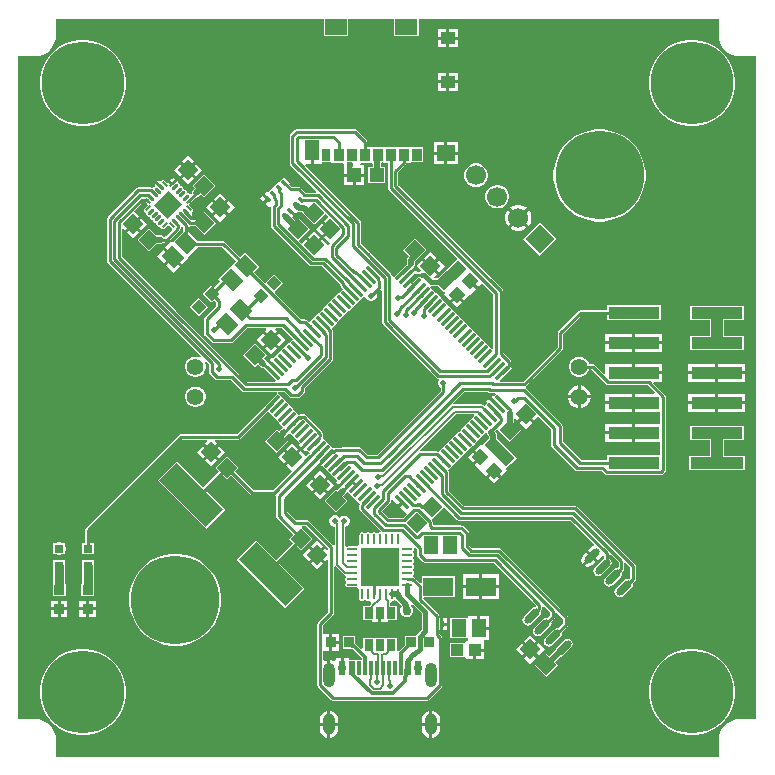
<source format=gbr>
%TF.GenerationSoftware,Altium Limited,Altium Designer,24.2.2 (26)*%
G04 Layer_Physical_Order=1*
G04 Layer_Color=255*
%FSLAX45Y45*%
%MOMM*%
%TF.SameCoordinates,D31C6D6D-B6E9-44EC-8E0F-9CDDCF0E9FEB*%
%TF.FilePolarity,Positive*%
%TF.FileFunction,Copper,L1,Top,Signal*%
%TF.Part,Single*%
G01*
G75*
%TA.AperFunction,SMDPad,CuDef*%
%ADD10R,0.90000X0.85000*%
%ADD11R,0.80000X0.80000*%
%ADD12O,0.25000X1.00000*%
%ADD13O,1.00000X0.25000*%
%ADD14R,3.25000X3.25000*%
%ADD15R,4.50000X1.00000*%
%ADD16R,4.32000X1.00000*%
%ADD17P,1.69706X4X180.0*%
%ADD18P,1.69706X4X270.0*%
G04:AMPARAMS|DCode=19|XSize=0.25mm|YSize=0.75mm|CornerRadius=0mm|HoleSize=0mm|Usage=FLASHONLY|Rotation=135.000|XOffset=0mm|YOffset=0mm|HoleType=Round|Shape=Round|*
%AMOVALD19*
21,1,0.50000,0.25000,0.00000,0.00000,225.0*
1,1,0.25000,0.17678,0.17678*
1,1,0.25000,-0.17678,-0.17678*
%
%ADD19OVALD19*%

G04:AMPARAMS|DCode=20|XSize=0.25mm|YSize=0.75mm|CornerRadius=0mm|HoleSize=0mm|Usage=FLASHONLY|Rotation=45.000|XOffset=0mm|YOffset=0mm|HoleType=Round|Shape=Round|*
%AMOVALD20*
21,1,0.50000,0.25000,0.00000,0.00000,135.0*
1,1,0.25000,0.17678,-0.17678*
1,1,0.25000,-0.17678,0.17678*
%
%ADD20OVALD20*%

G04:AMPARAMS|DCode=21|XSize=0.21mm|YSize=0.6mm|CornerRadius=0mm|HoleSize=0mm|Usage=FLASHONLY|Rotation=135.000|XOffset=0mm|YOffset=0mm|HoleType=Round|Shape=Round|*
%AMOVALD21*
21,1,0.39000,0.21000,0.00000,0.00000,225.0*
1,1,0.21000,0.13788,0.13788*
1,1,0.21000,-0.13788,-0.13788*
%
%ADD21OVALD21*%

G04:AMPARAMS|DCode=22|XSize=0.21mm|YSize=0.6mm|CornerRadius=0mm|HoleSize=0mm|Usage=FLASHONLY|Rotation=45.000|XOffset=0mm|YOffset=0mm|HoleType=Round|Shape=Round|*
%AMOVALD22*
21,1,0.39000,0.21000,0.00000,0.00000,135.0*
1,1,0.21000,0.13788,-0.13788*
1,1,0.21000,-0.13788,0.13788*
%
%ADD22OVALD22*%

G04:AMPARAMS|DCode=23|XSize=1.73mm|YSize=1.57mm|CornerRadius=0mm|HoleSize=0mm|Usage=FLASHONLY|Rotation=45.000|XOffset=0mm|YOffset=0mm|HoleType=Round|Shape=Rectangle|*
%AMROTATEDRECTD23*
4,1,4,-0.05657,-1.16673,-1.16673,-0.05657,0.05657,1.16673,1.16673,0.05657,-0.05657,-1.16673,0.0*
%
%ADD23ROTATEDRECTD23*%

G04:AMPARAMS|DCode=24|XSize=5.6mm|YSize=2.1mm|CornerRadius=0mm|HoleSize=0mm|Usage=FLASHONLY|Rotation=315.000|XOffset=0mm|YOffset=0mm|HoleType=Round|Shape=Rectangle|*
%AMROTATEDRECTD24*
4,1,4,-2.72236,1.23744,-1.23744,2.72236,2.72236,-1.23744,1.23744,-2.72236,-2.72236,1.23744,0.0*
%
%ADD24ROTATEDRECTD24*%

G04:AMPARAMS|DCode=25|XSize=1.475mm|YSize=0.3mm|CornerRadius=0mm|HoleSize=0mm|Usage=FLASHONLY|Rotation=135.000|XOffset=0mm|YOffset=0mm|HoleType=Round|Shape=Rectangle|*
%AMROTATEDRECTD25*
4,1,4,0.62756,-0.41543,0.41543,-0.62756,-0.62756,0.41543,-0.41543,0.62756,0.62756,-0.41543,0.0*
%
%ADD25ROTATEDRECTD25*%

G04:AMPARAMS|DCode=26|XSize=1.475mm|YSize=0.3mm|CornerRadius=0mm|HoleSize=0mm|Usage=FLASHONLY|Rotation=45.000|XOffset=0mm|YOffset=0mm|HoleType=Round|Shape=Rectangle|*
%AMROTATEDRECTD26*
4,1,4,-0.41543,-0.62756,-0.62756,-0.41543,0.41543,0.62756,0.62756,0.41543,-0.41543,-0.62756,0.0*
%
%ADD26ROTATEDRECTD26*%

%ADD27R,0.40000X0.50000*%
%ADD28R,0.85000X0.90000*%
%ADD29R,1.30000X1.50000*%
%ADD30R,1.05000X1.00000*%
%ADD31R,0.80000X1.00000*%
%ADD32R,0.60000X1.15000*%
%ADD33R,0.30000X1.15000*%
%ADD34R,2.60000X1.60000*%
G04:AMPARAMS|DCode=35|XSize=1.5mm|YSize=1.3mm|CornerRadius=0mm|HoleSize=0mm|Usage=FLASHONLY|Rotation=135.000|XOffset=0mm|YOffset=0mm|HoleType=Round|Shape=Rectangle|*
%AMROTATEDRECTD35*
4,1,4,0.98995,-0.07071,0.07071,-0.98995,-0.98995,0.07071,-0.07071,0.98995,0.98995,-0.07071,0.0*
%
%ADD35ROTATEDRECTD35*%

G04:AMPARAMS|DCode=36|XSize=0.5mm|YSize=0.35mm|CornerRadius=0mm|HoleSize=0mm|Usage=FLASHONLY|Rotation=135.000|XOffset=0mm|YOffset=0mm|HoleType=Round|Shape=Rectangle|*
%AMROTATEDRECTD36*
4,1,4,0.30052,-0.05303,0.05303,-0.30052,-0.30052,0.05303,-0.05303,0.30052,0.30052,-0.05303,0.0*
%
%ADD36ROTATEDRECTD36*%

G04:AMPARAMS|DCode=37|XSize=1.6mm|YSize=0.6mm|CornerRadius=0mm|HoleSize=0mm|Usage=FLASHONLY|Rotation=225.000|XOffset=0mm|YOffset=0mm|HoleType=Round|Shape=Round|*
%AMOVALD37*
21,1,1.00000,0.60000,0.00000,0.00000,225.0*
1,1,0.60000,0.35355,0.35355*
1,1,0.60000,-0.35355,-0.35355*
%
%ADD37OVALD37*%

%ADD38R,1.20000X1.20000*%
%ADD39R,1.90000X1.35000*%
%ADD40R,1.20000X1.00000*%
%ADD41R,1.55000X1.35000*%
%ADD42R,0.85000X1.10000*%
%ADD43R,0.75000X1.10000*%
%ADD44R,1.17000X1.80000*%
G04:AMPARAMS|DCode=45|XSize=0.9mm|YSize=0.85mm|CornerRadius=0mm|HoleSize=0mm|Usage=FLASHONLY|Rotation=315.000|XOffset=0mm|YOffset=0mm|HoleType=Round|Shape=Rectangle|*
%AMROTATEDRECTD45*
4,1,4,-0.61872,0.01768,-0.01768,0.61872,0.61872,-0.01768,0.01768,-0.61872,-0.61872,0.01768,0.0*
%
%ADD45ROTATEDRECTD45*%

G04:AMPARAMS|DCode=46|XSize=1mm|YSize=1.05mm|CornerRadius=0mm|HoleSize=0mm|Usage=FLASHONLY|Rotation=225.000|XOffset=0mm|YOffset=0mm|HoleType=Round|Shape=Rectangle|*
%AMROTATEDRECTD46*
4,1,4,-0.01768,0.72479,0.72479,-0.01768,0.01768,-0.72479,-0.72479,0.01768,-0.01768,0.72479,0.0*
%
%ADD46ROTATEDRECTD46*%

G04:AMPARAMS|DCode=47|XSize=1mm|YSize=1.05mm|CornerRadius=0mm|HoleSize=0mm|Usage=FLASHONLY|Rotation=135.000|XOffset=0mm|YOffset=0mm|HoleType=Round|Shape=Rectangle|*
%AMROTATEDRECTD47*
4,1,4,0.72479,0.01768,-0.01768,-0.72479,-0.72479,-0.01768,0.01768,0.72479,0.72479,0.01768,0.0*
%
%ADD47ROTATEDRECTD47*%

%TA.AperFunction,Conductor*%
%ADD48C,0.80000*%
%ADD49C,0.25400*%
%ADD50C,0.26193*%
%ADD51C,0.20455*%
%ADD52C,0.27000*%
%ADD53C,0.26200*%
%ADD54C,0.30000*%
%ADD55C,0.50000*%
%ADD56C,1.00000*%
%ADD57C,0.40000*%
%ADD58C,0.25000*%
%TA.AperFunction,ViaPad*%
%ADD59C,7.50000*%
%ADD60C,7.00000*%
%TA.AperFunction,ComponentPad*%
%ADD61C,1.40000*%
%ADD62O,1.00000X1.80000*%
%ADD63O,1.00000X2.10000*%
%ADD64C,1.70000*%
%ADD65P,2.40416X4X180.0*%
%TA.AperFunction,ViaPad*%
%ADD66C,0.60000*%
%ADD67C,0.75000*%
%ADD68C,0.50000*%
G36*
X5981113Y6159500D02*
X5981368Y6158215D01*
X5984667Y6124724D01*
X5994811Y6091283D01*
X6011284Y6060465D01*
X6033452Y6033452D01*
X6060465Y6011284D01*
X6091283Y5994811D01*
X6124724Y5984667D01*
X6158215Y5981368D01*
X6159500Y5981113D01*
X6298613D01*
Y368887D01*
X6159500D01*
X6158215Y368632D01*
X6124724Y365333D01*
X6091283Y355189D01*
X6060465Y338716D01*
X6033452Y316547D01*
X6011284Y289535D01*
X5994811Y258717D01*
X5984667Y225276D01*
X5981368Y191785D01*
X5981113Y190500D01*
Y51387D01*
X368887D01*
Y190500D01*
X368632Y191785D01*
X365333Y225276D01*
X355189Y258717D01*
X338716Y289535D01*
X316547Y316547D01*
X289535Y338716D01*
X258717Y355189D01*
X225276Y365333D01*
X191785Y368632D01*
X190500Y368887D01*
X51387D01*
Y5981113D01*
X190500D01*
X191785Y5981368D01*
X225276Y5984667D01*
X258717Y5994811D01*
X289535Y6011284D01*
X316547Y6033452D01*
X338716Y6060465D01*
X355189Y6091283D01*
X365333Y6124724D01*
X368632Y6158215D01*
X368887Y6159500D01*
Y6298613D01*
X2634250D01*
Y6153350D01*
X2844250D01*
Y6298613D01*
X3231250D01*
Y6153350D01*
X3441250D01*
Y6298613D01*
X5981113D01*
Y6159500D01*
D02*
G37*
%LPC*%
G36*
X3771650Y6208750D02*
X3698950D01*
Y6146050D01*
X3771650D01*
Y6208750D01*
D02*
G37*
G36*
X3673550D02*
X3600850D01*
Y6146050D01*
X3673550D01*
Y6208750D01*
D02*
G37*
G36*
X3771650Y6120650D02*
X3698950D01*
Y6057950D01*
X3771650D01*
Y6120650D01*
D02*
G37*
G36*
X3673550D02*
X3600850D01*
Y6057950D01*
X3673550D01*
Y6120650D01*
D02*
G37*
G36*
X3771650Y5838750D02*
X3698950D01*
Y5776050D01*
X3771650D01*
Y5838750D01*
D02*
G37*
G36*
X3673550D02*
X3600850D01*
Y5776050D01*
X3673550D01*
Y5838750D01*
D02*
G37*
G36*
X3771650Y5750650D02*
X3698950D01*
Y5687950D01*
X3771650D01*
Y5750650D01*
D02*
G37*
G36*
X3673550D02*
X3600850D01*
Y5687950D01*
X3673550D01*
Y5750650D01*
D02*
G37*
G36*
X5781826Y6118100D02*
X5724374D01*
X5667629Y6109113D01*
X5612989Y6091359D01*
X5561798Y6065276D01*
X5515318Y6031507D01*
X5474693Y5990882D01*
X5440924Y5944402D01*
X5414841Y5893211D01*
X5397087Y5838571D01*
X5388100Y5781826D01*
Y5724374D01*
X5397087Y5667629D01*
X5414841Y5612989D01*
X5440924Y5561798D01*
X5474693Y5515318D01*
X5515318Y5474693D01*
X5561798Y5440924D01*
X5612989Y5414841D01*
X5667629Y5397087D01*
X5724374Y5388100D01*
X5781826D01*
X5838571Y5397087D01*
X5893211Y5414841D01*
X5944402Y5440924D01*
X5990882Y5474693D01*
X6031507Y5515318D01*
X6065276Y5561798D01*
X6091359Y5612989D01*
X6109113Y5667629D01*
X6118100Y5724374D01*
Y5781826D01*
X6109113Y5838571D01*
X6091359Y5893211D01*
X6065276Y5944402D01*
X6031507Y5990882D01*
X5990882Y6031507D01*
X5944402Y6065276D01*
X5893211Y6091359D01*
X5838571Y6109113D01*
X5781826Y6118100D01*
D02*
G37*
G36*
X625626D02*
X568174D01*
X511429Y6109113D01*
X456789Y6091359D01*
X405598Y6065276D01*
X359118Y6031507D01*
X318493Y5990882D01*
X284724Y5944402D01*
X258641Y5893211D01*
X240887Y5838571D01*
X231900Y5781826D01*
Y5724374D01*
X240887Y5667629D01*
X258641Y5612989D01*
X284724Y5561798D01*
X318493Y5515318D01*
X359118Y5474693D01*
X405598Y5440924D01*
X456789Y5414841D01*
X511429Y5397087D01*
X568174Y5388100D01*
X625626D01*
X682371Y5397087D01*
X737011Y5414841D01*
X788202Y5440924D01*
X834682Y5474693D01*
X875307Y5515318D01*
X909076Y5561798D01*
X935159Y5612989D01*
X952913Y5667629D01*
X961900Y5724374D01*
Y5781826D01*
X952913Y5838571D01*
X935159Y5893211D01*
X909076Y5944402D01*
X875307Y5990882D01*
X834682Y6031507D01*
X788202Y6065276D01*
X737011Y6091359D01*
X682371Y6109113D01*
X625626Y6118100D01*
D02*
G37*
G36*
X3771650Y5253750D02*
X3681450D01*
Y5173550D01*
X3771650D01*
Y5253750D01*
D02*
G37*
G36*
X3656050D02*
X3565850D01*
Y5173550D01*
X3656050D01*
Y5253750D01*
D02*
G37*
G36*
X2900120Y5363189D02*
X2407834D01*
X2398822Y5361396D01*
X2391183Y5356292D01*
X2353172Y5318281D01*
X2348067Y5310641D01*
X2346275Y5301629D01*
Y5076224D01*
X2348067Y5067212D01*
X2353172Y5059573D01*
X2573477Y4839267D01*
X2568217Y4826567D01*
X2482668D01*
X2440098Y4869137D01*
X2432458Y4874242D01*
X2423446Y4876034D01*
X2369207D01*
X2344877Y4900364D01*
X2349580Y4905067D01*
X2296265Y4958383D01*
X2253556Y4915674D01*
X2250302Y4912420D01*
X2207594Y4869712D01*
X2207594D01*
X2204341Y4866459D01*
X2167359Y4829477D01*
X2158379Y4838457D01*
X2137024Y4817102D01*
X2172662Y4781464D01*
X2163681Y4772484D01*
X2172662Y4763504D01*
X2142327Y4733170D01*
X2168985Y4706512D01*
X2177176Y4714703D01*
X2188881Y4708447D01*
X2188748Y4707778D01*
Y4542029D01*
X2190540Y4533017D01*
X2195645Y4525377D01*
X2509193Y4211830D01*
X2516833Y4206725D01*
X2525844Y4204932D01*
X2622022D01*
X2775887Y4051068D01*
X2775888Y4051067D01*
X2776660Y4050295D01*
Y4044766D01*
X2778452Y4035754D01*
X2783557Y4028115D01*
X2797547Y4014125D01*
X2794612Y4011189D01*
X2796521Y4009280D01*
X2763075Y3975834D01*
X2701345Y3914103D01*
X2692364Y3905124D01*
X2683384Y3896143D01*
X2630634Y3843393D01*
X2623144Y3835903D01*
X2612673Y3825432D01*
X2588208Y3800966D01*
X2586298Y3802875D01*
X2547125Y3763702D01*
X2511306Y3727884D01*
X2493485Y3745705D01*
X2485845Y3750810D01*
X2476834Y3752602D01*
X2444472D01*
X2220558Y3976517D01*
X2221540Y3993495D01*
X2289178Y4061133D01*
X2262291Y4088020D01*
X2259791Y4094055D01*
X2244319Y4109527D01*
X2238284Y4112027D01*
X2211397Y4138914D01*
X2143759Y4071276D01*
X2137150Y4064668D01*
X2126781Y4070294D01*
X2045600Y4151475D01*
X2090687Y4196562D01*
X1966661Y4320589D01*
X1928370Y4282298D01*
X1802119Y4408549D01*
X1794479Y4413654D01*
X1785467Y4415447D01*
X1567313D01*
X1490384Y4492376D01*
Y4534772D01*
X1491699Y4536763D01*
X1503084Y4544209D01*
X1506382Y4543554D01*
X1551039D01*
X1626485Y4468108D01*
X1725480Y4567102D01*
X1626485Y4666097D01*
X1551039Y4590651D01*
X1516136D01*
X1505969Y4600819D01*
X1506444Y4605648D01*
X1456777Y4655316D01*
X1474737Y4673276D01*
X1517953Y4630061D01*
X1519136Y4631830D01*
X1522077Y4646618D01*
X1519136Y4661405D01*
X1519201Y4661735D01*
X1522609Y4664012D01*
X1527140Y4670793D01*
X1528731Y4678792D01*
X1527140Y4686790D01*
X1522609Y4693571D01*
X1500290Y4715890D01*
X1497374Y4722414D01*
X1503211Y4734083D01*
X1510984Y4739277D01*
X1514992Y4745276D01*
X1554627Y4784911D01*
X1556129Y4784612D01*
X1569785Y4787329D01*
X1581362Y4795064D01*
X1597392Y4811094D01*
X1621655Y4786830D01*
X1720650Y4885825D01*
X1621655Y4984820D01*
X1522660Y4885825D01*
X1546925Y4861561D01*
X1530895Y4845532D01*
X1523160Y4833954D01*
X1520443Y4820298D01*
X1508972Y4815292D01*
X1500750Y4816766D01*
X1499656Y4818403D01*
X1492214Y4823376D01*
X1483435Y4825122D01*
X1478091Y4830467D01*
X1476345Y4839245D01*
X1471372Y4846688D01*
X1463929Y4851661D01*
X1455151Y4853407D01*
X1449807Y4858751D01*
X1448061Y4867529D01*
X1443088Y4874972D01*
X1435645Y4879945D01*
X1426866Y4881691D01*
X1421522Y4887035D01*
X1419776Y4895813D01*
X1414803Y4903256D01*
X1407361Y4908229D01*
X1402565Y4909183D01*
X1403012Y4911430D01*
X1400226Y4925437D01*
X1399485Y4926546D01*
X1361600Y4888661D01*
X1352620Y4897641D01*
X1343640Y4888661D01*
X1317757Y4914543D01*
X1312949Y4909735D01*
X1307028Y4909152D01*
X1289971Y4926209D01*
X1283190Y4930740D01*
X1275192Y4932331D01*
X1267193Y4930740D01*
X1260412Y4926209D01*
X1258135Y4922801D01*
X1257805Y4922736D01*
X1243018Y4925677D01*
X1228230Y4922736D01*
X1226460Y4921553D01*
X1269676Y4878337D01*
X1251716Y4860377D01*
X1208500Y4903592D01*
X1207317Y4901823D01*
X1204376Y4887035D01*
X1205806Y4879845D01*
X1198512Y4874972D01*
X1196159Y4871450D01*
X1194777Y4870340D01*
X1183778Y4867309D01*
X1180532Y4867236D01*
X1178559Y4868554D01*
X1169547Y4870347D01*
X1065191D01*
X1056179Y4868554D01*
X1048539Y4863450D01*
X806506Y4621416D01*
X801401Y4613776D01*
X799608Y4604764D01*
Y4244143D01*
X801401Y4235131D01*
X806506Y4227491D01*
X1593221Y3440776D01*
X1585423Y3430614D01*
X1583009Y3432007D01*
X1561391Y3437800D01*
X1539010D01*
X1517391Y3432007D01*
X1498009Y3420817D01*
X1482183Y3404991D01*
X1470993Y3385609D01*
X1465200Y3363990D01*
Y3341610D01*
X1470993Y3319991D01*
X1482183Y3300609D01*
X1498009Y3284783D01*
X1517391Y3273593D01*
X1539010Y3267800D01*
X1561391D01*
X1583009Y3273593D01*
X1602391Y3284783D01*
X1618217Y3300609D01*
X1629407Y3319991D01*
X1635200Y3341610D01*
Y3363990D01*
X1629407Y3385609D01*
X1628014Y3388023D01*
X1638176Y3395821D01*
X1663014Y3370983D01*
Y3303639D01*
X1664807Y3294627D01*
X1669912Y3286987D01*
X1687239Y3269660D01*
X1687239Y3269659D01*
X1712190Y3244709D01*
X1719830Y3239604D01*
X1728842Y3237811D01*
X1852066D01*
X1918829Y3171049D01*
X1944228Y3145649D01*
X1951868Y3140544D01*
X1960880Y3138751D01*
X2226291D01*
X2238435Y3137408D01*
X2242167Y3126051D01*
X2237361Y3121245D01*
X2126679Y3010562D01*
X2127991Y3009251D01*
X1900325Y2781585D01*
X1428705D01*
X1419847Y2779823D01*
X1412339Y2774806D01*
X621174Y1983641D01*
X616157Y1976133D01*
X614395Y1967275D01*
Y1862360D01*
X587540D01*
Y1762360D01*
X687540D01*
Y1862360D01*
X660685D01*
Y1957689D01*
X1438291Y2735295D01*
X1648238D01*
X1653098Y2723562D01*
X1631478Y2701942D01*
X1682885Y2650535D01*
X1734292Y2701942D01*
X1712672Y2723562D01*
X1717532Y2735295D01*
X1909912D01*
X1918769Y2737057D01*
X1926277Y2742074D01*
X2152285Y2968082D01*
X2162034Y2975207D01*
X2171014Y2966227D01*
X2259120Y2878121D01*
X2268100Y2869141D01*
X2293751Y2843490D01*
X2289571Y2829709D01*
X2287747Y2829346D01*
X2276169Y2821611D01*
X2256684Y2802126D01*
X2236556Y2822254D01*
X2137561Y2723259D01*
X2236556Y2624264D01*
X2335551Y2723259D01*
X2307152Y2751659D01*
X2326636Y2771144D01*
X2334372Y2782721D01*
X2334735Y2784546D01*
X2348515Y2788726D01*
X2433988Y2703254D01*
X2423098Y2692364D01*
X2442685Y2672777D01*
X2512795Y2742887D01*
X2530755Y2724926D01*
X2460646Y2654817D01*
X2480232Y2635230D01*
X2491122Y2646119D01*
X2506607Y2630634D01*
X2515587Y2621654D01*
X2508463Y2611905D01*
X2488574Y2592016D01*
X2440273Y2640316D01*
X2379886Y2579929D01*
X2319499Y2519542D01*
X2367800Y2471242D01*
X2205703Y2309145D01*
X2039047D01*
X1883098Y2465093D01*
X1916230Y2498225D01*
X1817235Y2597220D01*
X1718240Y2498225D01*
X1751372Y2465093D01*
X1615486Y2329208D01*
X1392040Y2552654D01*
X1229406Y2390020D01*
X1639528Y1979898D01*
X1802162Y2142532D01*
X1648218Y2296476D01*
X1784104Y2432362D01*
X1817235Y2399230D01*
X1850367Y2432362D01*
X2013094Y2269634D01*
X2020603Y2264617D01*
X2029460Y2262855D01*
X2215289D01*
X2221116Y2264014D01*
X2229694Y2258027D01*
X2232375Y2254841D01*
Y2085340D01*
X2234137Y2076483D01*
X2239154Y2068974D01*
X2379022Y1929107D01*
X2345890Y1895975D01*
X2379022Y1862844D01*
X2230436Y1714258D01*
X2063792Y1880902D01*
X1901158Y1718268D01*
X2311280Y1308146D01*
X2473914Y1470780D01*
X2263168Y1681527D01*
X2411753Y1830112D01*
X2444885Y1796980D01*
X2543880Y1895975D01*
X2453335Y1986520D01*
X2453369Y2003951D01*
X2456748Y2007319D01*
X2484893D01*
X2676301Y1815911D01*
Y1801926D01*
X2664568Y1797066D01*
X2648602Y1813032D01*
X2597195Y1761625D01*
X2648603Y1710219D01*
X2664568Y1726184D01*
X2676301Y1721324D01*
Y1276923D01*
X2589746Y1190367D01*
X2584640Y1182726D01*
X2582847Y1173713D01*
Y657021D01*
X2584640Y648008D01*
X2589746Y640367D01*
X2698637Y531475D01*
X2706278Y526370D01*
X2715291Y524577D01*
X3507709D01*
X3516722Y526370D01*
X3524363Y531475D01*
X3633254Y640367D01*
X3638360Y648008D01*
X3640153Y657021D01*
Y1051416D01*
X3638360Y1060429D01*
X3633254Y1068071D01*
X3615025Y1086300D01*
Y1120402D01*
X3621873D01*
Y1170802D01*
Y1221202D01*
X3615025D01*
Y1240179D01*
X3613233Y1249192D01*
X3608127Y1256833D01*
X3479220Y1385740D01*
X3482001Y1398440D01*
X3746800D01*
Y1578440D01*
X3466800D01*
Y1522298D01*
X3455067Y1517438D01*
X3412900Y1559604D01*
X3408242Y1562717D01*
X3398395Y1572564D01*
X3397722Y1573572D01*
X3395298Y1575191D01*
Y1588937D01*
X3395729Y1589797D01*
X3397722Y1591129D01*
X3402694Y1598571D01*
X3404441Y1607350D01*
X3402694Y1616129D01*
X3397722Y1623572D01*
X3395298Y1625191D01*
Y1639509D01*
X3397722Y1641129D01*
X3402694Y1648571D01*
X3404441Y1657350D01*
X3402694Y1666129D01*
X3397722Y1673571D01*
X3395298Y1675191D01*
Y1689509D01*
X3397722Y1691129D01*
X3402694Y1698571D01*
X3404441Y1707350D01*
X3402694Y1716129D01*
X3397722Y1723572D01*
X3395298Y1725191D01*
Y1739509D01*
X3397722Y1741129D01*
X3402694Y1748571D01*
X3404441Y1757350D01*
X3402694Y1766129D01*
X3397722Y1773572D01*
X3395298Y1775191D01*
Y1789509D01*
X3397722Y1791129D01*
X3402694Y1798571D01*
X3404441Y1807350D01*
X3402694Y1816129D01*
X3401863Y1817373D01*
X3411728Y1825469D01*
X3428025Y1809172D01*
Y1757458D01*
X3429817Y1748446D01*
X3434922Y1740806D01*
X3475268Y1700461D01*
X3482907Y1695356D01*
X3491919Y1693563D01*
X4074494D01*
X4435299Y1332757D01*
X4433898Y1319160D01*
X4432825Y1318280D01*
X4416165Y1314966D01*
X4402040Y1305529D01*
X4331330Y1234818D01*
X4321892Y1220694D01*
X4318578Y1204033D01*
X4321892Y1187373D01*
X4331330Y1173248D01*
X4345454Y1163811D01*
X4362115Y1160497D01*
X4378775Y1163811D01*
X4392900Y1173248D01*
X4463610Y1243959D01*
X4473048Y1258083D01*
X4476362Y1274744D01*
X4474664Y1283279D01*
X4479471Y1288086D01*
X4484575Y1295726D01*
X4486368Y1304738D01*
Y1320975D01*
X4498101Y1325836D01*
X4550991Y1272946D01*
Y1246607D01*
X4531164Y1226780D01*
X4522628Y1228478D01*
X4505967Y1225164D01*
X4491843Y1215726D01*
X4421133Y1145015D01*
X4411695Y1130891D01*
X4408381Y1114231D01*
X4411695Y1097570D01*
X4421133Y1083446D01*
X4435257Y1074008D01*
X4451917Y1070694D01*
X4468578Y1074008D01*
X4482702Y1083446D01*
X4553413Y1154156D01*
X4562850Y1168281D01*
X4566164Y1184941D01*
X4564467Y1193477D01*
X4591191Y1220202D01*
X4596296Y1227841D01*
X4598089Y1236853D01*
Y1264682D01*
X4609822Y1269542D01*
X4660211Y1219153D01*
Y1174072D01*
X4622760Y1136621D01*
X4612430Y1138675D01*
X4595770Y1135361D01*
X4581646Y1125924D01*
X4510935Y1055213D01*
X4501497Y1041089D01*
X4498184Y1024428D01*
X4501497Y1007768D01*
X4510935Y993643D01*
X4525059Y984206D01*
X4541720Y980892D01*
X4558381Y984206D01*
X4572505Y993643D01*
X4643215Y1064354D01*
X4652653Y1078478D01*
X4655967Y1095139D01*
X4654626Y1101880D01*
X4700412Y1147666D01*
X4705516Y1155305D01*
X4707309Y1164317D01*
Y1228907D01*
X4705516Y1237919D01*
X4700411Y1245559D01*
X4133820Y1812150D01*
X4126181Y1817255D01*
X4117169Y1819047D01*
X3893243D01*
X3868883Y1843408D01*
Y1940764D01*
X3867090Y1949776D01*
X3861985Y1957416D01*
X3817778Y2001623D01*
X3810139Y2006728D01*
X3801127Y2008520D01*
X3564373D01*
X3557541Y2015353D01*
Y2039144D01*
X3555748Y2048156D01*
X3553266Y2051871D01*
X3556393Y2063276D01*
Y2063276D01*
X3655387Y2162271D01*
X3665558Y2156164D01*
X3765213Y2056509D01*
X3772852Y2051405D01*
X3781864Y2049612D01*
X4723635D01*
X4924876Y1848371D01*
X4921585Y1837522D01*
X4919675Y1835612D01*
X4902001Y1823802D01*
X4875626Y1797427D01*
X4915567Y1757486D01*
X4955509Y1717545D01*
X4981883Y1743920D01*
X4988118Y1753250D01*
X5004681Y1756690D01*
X5008196Y1754052D01*
Y1729678D01*
X5000960Y1724843D01*
X4930249Y1654132D01*
X4920812Y1640008D01*
X4917498Y1623348D01*
X4920812Y1606687D01*
X4930249Y1592563D01*
X4944374Y1583125D01*
X4961034Y1579811D01*
X4977695Y1583125D01*
X4991819Y1592563D01*
X5062530Y1663273D01*
X5071967Y1677397D01*
X5075281Y1694058D01*
X5071967Y1710719D01*
X5062530Y1724843D01*
X5055294Y1729678D01*
Y1756787D01*
X5067027Y1761648D01*
X5133308Y1695367D01*
Y1658051D01*
X5121547Y1647792D01*
X5104887Y1644478D01*
X5090762Y1635040D01*
X5020052Y1564330D01*
X5010614Y1550206D01*
X5007300Y1533545D01*
X5010614Y1516884D01*
X5020052Y1502760D01*
X5034176Y1493323D01*
X5050837Y1490009D01*
X5067497Y1493323D01*
X5081622Y1502760D01*
X5152332Y1573471D01*
X5161770Y1587595D01*
X5165084Y1604256D01*
X5163386Y1612792D01*
X5173508Y1622914D01*
X5178613Y1630553D01*
X5180405Y1639565D01*
Y1687103D01*
X5192139Y1691963D01*
X5231711Y1652391D01*
Y1566774D01*
X5221006Y1556069D01*
X5211350Y1557990D01*
X5194689Y1554676D01*
X5180565Y1545238D01*
X5109855Y1474527D01*
X5100417Y1460403D01*
X5097103Y1443743D01*
X5100417Y1427082D01*
X5109855Y1412958D01*
X5123979Y1403520D01*
X5140639Y1400206D01*
X5157300Y1403520D01*
X5171424Y1412958D01*
X5242135Y1483668D01*
X5251572Y1497793D01*
X5254886Y1514453D01*
X5253411Y1521868D01*
X5271911Y1540368D01*
X5277016Y1548008D01*
X5278809Y1557020D01*
Y1662145D01*
X5277016Y1671157D01*
X5271911Y1678797D01*
X4782509Y2168199D01*
X4774870Y2173304D01*
X4765858Y2175096D01*
X3826754D01*
X3697977Y2303873D01*
Y2460748D01*
X3696185Y2469760D01*
X3692240Y2475663D01*
X3732165Y2515588D01*
X3730255Y2517497D01*
X3763702Y2550943D01*
X3825432Y2612673D01*
X3834413Y2621653D01*
X3843393Y2630634D01*
X3896143Y2683384D01*
X3905123Y2692364D01*
X3914103Y2701345D01*
X4002209Y2789450D01*
X4005007Y2792248D01*
X4018681Y2787962D01*
X4020116Y2780749D01*
X4027852Y2769172D01*
X4034855Y2762169D01*
Y2743028D01*
X4030922Y2739095D01*
X4025913Y2735748D01*
X4022565Y2730738D01*
X3984344Y2692517D01*
X3982152Y2690325D01*
X3970072Y2688829D01*
X3964475Y2694426D01*
X3918371Y2648323D01*
X3971687Y2595007D01*
X3962707Y2586027D01*
X3971687Y2577047D01*
X3916604Y2521963D01*
X3959046Y2479520D01*
X3960937Y2477629D01*
X3970151Y2469210D01*
X4012595Y2426767D01*
X4067679Y2481850D01*
X4076659Y2472870D01*
X4085639Y2481850D01*
X4138955Y2428534D01*
X4185058Y2474638D01*
X4179461Y2480235D01*
X4180957Y2492315D01*
X4183149Y2494507D01*
X4220973Y2532331D01*
X4225982Y2535678D01*
X4229330Y2540688D01*
X4269346Y2580704D01*
X4184493Y2665557D01*
X4183556Y2664620D01*
X4154854Y2693322D01*
X4155394Y2693861D01*
X4106226Y2743028D01*
Y2776951D01*
X4103510Y2790607D01*
X4095774Y2802184D01*
X4088918Y2809040D01*
X4102827Y2822949D01*
X4111914Y2814226D01*
X4210909Y2715231D01*
X4309903Y2814226D01*
X4246595Y2877535D01*
Y2909873D01*
X4258328Y2914734D01*
X4275892Y2897170D01*
X4336279Y2957557D01*
X4345259Y2948577D01*
X4354239Y2957557D01*
X4414627Y2897170D01*
X4450474Y2933017D01*
X4561147Y2822344D01*
Y2689860D01*
X4562940Y2680847D01*
X4568046Y2673206D01*
X4767102Y2474149D01*
X4774743Y2469043D01*
X4783757Y2467251D01*
X4988814D01*
X4990647Y2465418D01*
X4992226Y2463055D01*
X5015035Y2440246D01*
X5022676Y2435140D01*
X5031689Y2433347D01*
X5491110D01*
X5500124Y2435140D01*
X5507765Y2440246D01*
X5527154Y2459635D01*
X5532260Y2467276D01*
X5534053Y2476289D01*
Y3097568D01*
X5532260Y3106582D01*
X5527154Y3114223D01*
X5426510Y3214867D01*
X5431370Y3226600D01*
X5502800D01*
Y3289300D01*
X5261400D01*
Y3302000D01*
X5248700D01*
Y3377400D01*
X5020000D01*
Y3294633D01*
X5008267Y3289773D01*
X4928586Y3369454D01*
X4920945Y3374560D01*
X4911932Y3376353D01*
X4881487D01*
X4879007Y3385609D01*
X4867817Y3404991D01*
X4851991Y3420817D01*
X4832609Y3432007D01*
X4810990Y3437800D01*
X4788609D01*
X4766991Y3432007D01*
X4747609Y3420817D01*
X4731783Y3404991D01*
X4720593Y3385609D01*
X4714800Y3363990D01*
Y3341610D01*
X4720593Y3319991D01*
X4731783Y3300609D01*
X4747609Y3284783D01*
X4766991Y3273593D01*
X4788609Y3267800D01*
X4810990D01*
X4832609Y3273593D01*
X4851991Y3284783D01*
X4867817Y3300609D01*
X4879007Y3319991D01*
X4881487Y3329247D01*
X4902176D01*
X5028780Y3202643D01*
X5036421Y3197537D01*
X5045435Y3195744D01*
X5379016D01*
X5439627Y3135133D01*
X5434766Y3123400D01*
X5274100D01*
Y3048000D01*
Y2972600D01*
X5486947D01*
Y2869400D01*
X5274100D01*
Y2794000D01*
Y2718600D01*
X5486947D01*
Y2602700D01*
X5032700D01*
Y2563549D01*
X4815434D01*
X4659049Y2719934D01*
Y2853123D01*
X4657256Y2862134D01*
X4652151Y2869774D01*
X4352431Y3169494D01*
X4351645Y3170020D01*
X4351535Y3185221D01*
X4351780Y3185385D01*
X4380498Y3214102D01*
X4656731Y3490336D01*
X4661837Y3497977D01*
X4663630Y3506990D01*
Y3628671D01*
X4821406Y3786447D01*
X5032700D01*
Y3747300D01*
X5490100D01*
Y3872700D01*
X5032700D01*
Y3833553D01*
X4811651D01*
X4802637Y3831760D01*
X4794996Y3826654D01*
X4623423Y3655081D01*
X4618317Y3647440D01*
X4616524Y3638427D01*
Y3516746D01*
X4347189Y3247411D01*
X4325370Y3225592D01*
X4129888D01*
X4125027Y3237325D01*
X4227140Y3339438D01*
X4221807Y3344770D01*
X4222677Y3346072D01*
X4224469Y3355084D01*
Y3388776D01*
X4222677Y3397788D01*
X4217572Y3405427D01*
X4157596Y3465403D01*
Y3990724D01*
X4155804Y3999735D01*
X4150699Y4007375D01*
X3265514Y4892560D01*
Y4997511D01*
X3329402Y5061399D01*
X3334506Y5069038D01*
X3336299Y5078050D01*
X3338899Y5080650D01*
X3367950Y5080650D01*
X3379531Y5083350D01*
X3475250D01*
Y5213350D01*
X3379531D01*
X3367950Y5216050D01*
X3358668Y5216050D01*
X3156832D01*
X3147550Y5216050D01*
X3135969Y5213350D01*
X3049531D01*
X3037950Y5216050D01*
X3028668Y5216050D01*
X3006299D01*
Y5257010D01*
X3004506Y5266022D01*
X2999401Y5273662D01*
X2916771Y5356292D01*
X2909132Y5361396D01*
X2900120Y5363189D01*
D02*
G37*
G36*
X3771650Y5148150D02*
X3681450D01*
Y5067950D01*
X3771650D01*
Y5148150D01*
D02*
G37*
G36*
X3656050D02*
X3565850D01*
Y5067950D01*
X3656050D01*
Y5148150D01*
D02*
G37*
G36*
X1487305Y5140949D02*
X1435898Y5089542D01*
X1487305Y5038135D01*
X1538712Y5089542D01*
X1487305Y5140949D01*
D02*
G37*
G36*
X1556672Y5071582D02*
X1505265Y5020175D01*
X1556672Y4968769D01*
X1608079Y5020175D01*
X1556672Y5071582D01*
D02*
G37*
G36*
X1417938D02*
X1366531Y5020175D01*
X1417938Y4968768D01*
X1469345Y5020175D01*
X1417938Y5071582D01*
D02*
G37*
G36*
X1366408Y4948033D02*
X1352401Y4945247D01*
X1340526Y4937312D01*
X1335718Y4932504D01*
X1352620Y4915602D01*
X1381525Y4944506D01*
X1380416Y4945247D01*
X1366408Y4948033D01*
D02*
G37*
G36*
X1487305Y5002215D02*
X1435898Y4950808D01*
X1487305Y4899401D01*
X1538711Y4950808D01*
X1487305Y5002215D01*
D02*
G37*
G36*
X3938200Y5072585D02*
X3911869D01*
X3886436Y5065770D01*
X3863634Y5052605D01*
X3845015Y5033986D01*
X3831850Y5011184D01*
X3825035Y4985751D01*
Y4959420D01*
X3831850Y4933987D01*
X3845015Y4911184D01*
X3863634Y4892565D01*
X3886436Y4879400D01*
X3911869Y4872586D01*
X3938200D01*
X3963633Y4879400D01*
X3986436Y4892565D01*
X4005055Y4911184D01*
X4018220Y4933987D01*
X4025034Y4959420D01*
Y4985751D01*
X4018220Y5011184D01*
X4005055Y5033986D01*
X3986436Y5052605D01*
X3963633Y5065770D01*
X3938200Y5072585D01*
D02*
G37*
G36*
X2119063Y4799142D02*
X2097709Y4777788D01*
X2124367Y4751130D01*
X2145721Y4772484D01*
X2119063Y4799142D01*
D02*
G37*
G36*
X1760835Y4822226D02*
X1709429Y4770820D01*
X1760836Y4719413D01*
X1812242Y4770820D01*
X1760835Y4822226D01*
D02*
G37*
G36*
X4117805Y4892980D02*
X4091475D01*
X4066041Y4886165D01*
X4043239Y4873000D01*
X4024620Y4854381D01*
X4011455Y4831579D01*
X4004640Y4806145D01*
Y4779815D01*
X4011455Y4754381D01*
X4024620Y4731579D01*
X4043239Y4712960D01*
X4066041Y4699795D01*
X4091475Y4692980D01*
X4117805D01*
X4143239Y4699795D01*
X4166041Y4712960D01*
X4184660Y4731579D01*
X4197825Y4754381D01*
X4204640Y4779815D01*
Y4806145D01*
X4197825Y4831579D01*
X4184660Y4854381D01*
X4166041Y4873000D01*
X4143239Y4886165D01*
X4117805Y4892980D01*
D02*
G37*
G36*
X1830203Y4752859D02*
X1778796Y4701453D01*
X1830203Y4650046D01*
X1881609Y4701453D01*
X1830203Y4752859D01*
D02*
G37*
G36*
X1691469Y4752859D02*
X1640062Y4701453D01*
X1691469Y4650046D01*
X1742875Y4701453D01*
X1691469Y4752859D01*
D02*
G37*
G36*
X4298779Y4723775D02*
X4269711D01*
X4241632Y4716251D01*
X4216458Y4701717D01*
X4215161Y4700420D01*
X4284245Y4631336D01*
X4353329Y4700420D01*
X4352032Y4701717D01*
X4326858Y4716251D01*
X4298779Y4723775D01*
D02*
G37*
G36*
X5001753Y5361059D02*
X4940366D01*
X4879734Y5351456D01*
X4821351Y5332487D01*
X4766655Y5304617D01*
X4716991Y5268535D01*
X4673584Y5225127D01*
X4637502Y5175464D01*
X4609632Y5120768D01*
X4590662Y5062385D01*
X4581059Y5001753D01*
Y4940366D01*
X4590662Y4879734D01*
X4609632Y4821351D01*
X4637502Y4766655D01*
X4673584Y4716991D01*
X4716991Y4673584D01*
X4766655Y4637502D01*
X4821351Y4609632D01*
X4879734Y4590662D01*
X4940366Y4581059D01*
X5001753D01*
X5062385Y4590662D01*
X5120768Y4609632D01*
X5175464Y4637502D01*
X5225127Y4673584D01*
X5268535Y4716991D01*
X5304617Y4766655D01*
X5332487Y4821351D01*
X5351456Y4879734D01*
X5361059Y4940366D01*
Y5001753D01*
X5351456Y5062385D01*
X5332487Y5120768D01*
X5304617Y5175464D01*
X5268535Y5225127D01*
X5225127Y5268535D01*
X5175464Y5304617D01*
X5120768Y5332487D01*
X5062385Y5351456D01*
X5001753Y5361059D01*
D02*
G37*
G36*
X1760836Y4683492D02*
X1709429Y4632085D01*
X1760835Y4580679D01*
X1812242Y4632086D01*
X1760836Y4683492D01*
D02*
G37*
G36*
X4371289Y4682459D02*
X4302206Y4613375D01*
X4371289Y4544291D01*
X4372587Y4545588D01*
X4387121Y4570762D01*
X4394645Y4598841D01*
Y4627909D01*
X4387121Y4655988D01*
X4372587Y4681162D01*
X4371289Y4682459D01*
D02*
G37*
G36*
X4197200D02*
X4195903Y4681162D01*
X4181369Y4655988D01*
X4173845Y4627909D01*
Y4598841D01*
X4181369Y4570762D01*
X4195903Y4545588D01*
X4197200Y4544291D01*
X4266284Y4613375D01*
X4197200Y4682459D01*
D02*
G37*
G36*
X4284245Y4595414D02*
X4215161Y4526331D01*
X4216458Y4525033D01*
X4241632Y4510499D01*
X4269711Y4502975D01*
X4298779D01*
X4326858Y4510499D01*
X4352032Y4525033D01*
X4353329Y4526331D01*
X4284245Y4595414D01*
D02*
G37*
G36*
X4463850Y4575191D02*
X4322429Y4433770D01*
X4463850Y4292349D01*
X4605271Y4433770D01*
X4463850Y4575191D01*
D02*
G37*
G36*
X5502800Y3631400D02*
X5274100D01*
Y3568700D01*
X5502800D01*
Y3631400D01*
D02*
G37*
G36*
X5248700D02*
X5020000D01*
Y3568700D01*
X5248700D01*
Y3631400D01*
D02*
G37*
G36*
X5965400Y3871175D02*
X5959490Y3870000D01*
X5739400D01*
Y3750000D01*
X5904225D01*
Y3616000D01*
X5739400D01*
Y3496000D01*
X5959490D01*
X5965400Y3494825D01*
X5971310Y3496000D01*
X6191400D01*
Y3616000D01*
X6026575D01*
Y3750000D01*
X6191400D01*
Y3870000D01*
X5971310D01*
X5965400Y3871175D01*
D02*
G37*
G36*
X5502800Y3543300D02*
X5274100D01*
Y3480600D01*
X5502800D01*
Y3543300D01*
D02*
G37*
G36*
X5248700D02*
X5020000D01*
Y3480600D01*
X5248700D01*
Y3543300D01*
D02*
G37*
G36*
X5502800Y3377400D02*
X5274100D01*
Y3314700D01*
X5502800D01*
Y3377400D01*
D02*
G37*
G36*
X6206800D02*
X5978100D01*
Y3314700D01*
X6206800D01*
Y3377400D01*
D02*
G37*
G36*
X5952700D02*
X5724000D01*
Y3314700D01*
X5952700D01*
Y3377400D01*
D02*
G37*
G36*
X6206800Y3289300D02*
X5978100D01*
Y3226600D01*
X6206800D01*
Y3289300D01*
D02*
G37*
G36*
X5952700D02*
X5724000D01*
Y3226600D01*
X5952700D01*
Y3289300D01*
D02*
G37*
G36*
X4812500Y3194162D02*
Y3111500D01*
X4895162D01*
X4888698Y3135623D01*
X4876139Y3157377D01*
X4858377Y3175139D01*
X4836623Y3187698D01*
X4812500Y3194162D01*
D02*
G37*
G36*
X4787100D02*
X4762977Y3187698D01*
X4741223Y3175139D01*
X4723461Y3157377D01*
X4710901Y3135623D01*
X4704438Y3111500D01*
X4787100D01*
Y3194162D01*
D02*
G37*
G36*
X5248700Y3123400D02*
X5020000D01*
Y3060700D01*
X5248700D01*
Y3123400D01*
D02*
G37*
G36*
X6206800D02*
X5978100D01*
Y3060700D01*
X6206800D01*
Y3123400D01*
D02*
G37*
G36*
X5952700D02*
X5724000D01*
Y3060700D01*
X5952700D01*
Y3123400D01*
D02*
G37*
G36*
X1561391Y3183800D02*
X1539010D01*
X1517391Y3178007D01*
X1498009Y3166817D01*
X1482183Y3150991D01*
X1470993Y3131609D01*
X1465200Y3109990D01*
Y3087610D01*
X1470993Y3065991D01*
X1482183Y3046609D01*
X1498009Y3030783D01*
X1517391Y3019593D01*
X1539010Y3013800D01*
X1561391D01*
X1583009Y3019593D01*
X1602391Y3030783D01*
X1618217Y3046609D01*
X1629407Y3065991D01*
X1635200Y3087610D01*
Y3109990D01*
X1629407Y3131609D01*
X1618217Y3150991D01*
X1602391Y3166817D01*
X1583009Y3178007D01*
X1561391Y3183800D01*
D02*
G37*
G36*
X4895162Y3086100D02*
X4812500D01*
Y3003438D01*
X4836623Y3009902D01*
X4858377Y3022461D01*
X4876139Y3040223D01*
X4888698Y3061977D01*
X4895162Y3086100D01*
D02*
G37*
G36*
X4787100D02*
X4704438D01*
X4710901Y3061977D01*
X4723461Y3040223D01*
X4741223Y3022461D01*
X4762977Y3009902D01*
X4787100Y3003438D01*
Y3086100D01*
D02*
G37*
G36*
X6206800Y3035300D02*
X5978100D01*
Y2972600D01*
X6206800D01*
Y3035300D01*
D02*
G37*
G36*
X5952700D02*
X5724000D01*
Y2972600D01*
X5952700D01*
Y3035300D01*
D02*
G37*
G36*
X5248700Y3035300D02*
X5020000D01*
Y2972600D01*
X5248700D01*
Y3035300D01*
D02*
G37*
G36*
X4345259Y2930616D02*
X4293852Y2879209D01*
X4345259Y2827802D01*
X4396666Y2879209D01*
X4345259Y2930616D01*
D02*
G37*
G36*
X5248700Y2869400D02*
X5020000D01*
Y2806700D01*
X5248700D01*
Y2869400D01*
D02*
G37*
G36*
Y2781300D02*
X5020000D01*
Y2718600D01*
X5248700D01*
Y2781300D01*
D02*
G37*
G36*
X2370906Y2709683D02*
X2319500Y2658276D01*
X2370906Y2606870D01*
X2422312Y2658277D01*
X2370906Y2709683D01*
D02*
G37*
G36*
X1752252Y2683982D02*
X1700845Y2632575D01*
X1752252Y2581169D01*
X1803659Y2632575D01*
X1752252Y2683982D01*
D02*
G37*
G36*
X1613518D02*
X1562111Y2632575D01*
X1613518Y2581168D01*
X1664925Y2632575D01*
X1613518Y2683982D01*
D02*
G37*
G36*
X3900411Y2630362D02*
X3854308Y2584259D01*
X3898643Y2539924D01*
X3944746Y2586027D01*
X3900411Y2630362D01*
D02*
G37*
G36*
X2301539Y2640316D02*
X2250133Y2588909D01*
X2301539Y2537503D01*
X2352946Y2588909D01*
X2301539Y2640316D01*
D02*
G37*
G36*
X1682885Y2614615D02*
X1631478Y2563208D01*
X1682885Y2511801D01*
X1734291Y2563208D01*
X1682885Y2614615D01*
D02*
G37*
G36*
X5965400Y2855175D02*
X5959490Y2854000D01*
X5739400D01*
Y2734000D01*
X5904225D01*
Y2600000D01*
X5730400D01*
Y2480000D01*
X5959490D01*
X5965400Y2478825D01*
X5971310Y2480000D01*
X6200400D01*
Y2600000D01*
X6026575D01*
Y2734000D01*
X6191400D01*
Y2854000D01*
X5971310D01*
X5965400Y2855175D01*
D02*
G37*
G36*
X4076659Y2454909D02*
X4030556Y2408806D01*
X4074891Y2364471D01*
X4120994Y2410574D01*
X4076659Y2454909D01*
D02*
G37*
G36*
X2579235Y1882399D02*
X2527829Y1830992D01*
X2579235Y1779586D01*
X2630641Y1830993D01*
X2579235Y1882399D01*
D02*
G37*
G36*
X407180Y1867360D02*
X385300D01*
X373229Y1862360D01*
X346240D01*
Y1835371D01*
X341240Y1823300D01*
Y1801420D01*
X346240Y1789349D01*
Y1762360D01*
X373229D01*
X385300Y1757360D01*
X407180D01*
X419251Y1762360D01*
X446240D01*
Y1789349D01*
X451240Y1801420D01*
Y1823300D01*
X446240Y1835371D01*
Y1862360D01*
X419251D01*
X407180Y1867360D01*
D02*
G37*
G36*
X2509868Y1813032D02*
X2458461Y1761625D01*
X2509867Y1710219D01*
X2561274Y1761625D01*
X2509868Y1813032D01*
D02*
G37*
G36*
X4857666Y1779466D02*
X4831291Y1753091D01*
X4819046Y1734766D01*
X4814746Y1713150D01*
X4819046Y1691534D01*
X4824097Y1683976D01*
X4888626Y1748506D01*
X4857666Y1779466D01*
D02*
G37*
G36*
X4906587Y1730545D02*
X4842057Y1666015D01*
X4849616Y1660965D01*
X4871232Y1656665D01*
X4892848Y1660965D01*
X4911173Y1673209D01*
X4937548Y1699584D01*
X4906587Y1730545D01*
D02*
G37*
G36*
X2579235Y1743665D02*
X2527828Y1692258D01*
X2579235Y1640851D01*
X2630642Y1692258D01*
X2579235Y1743665D01*
D02*
G37*
G36*
X4122200Y1593840D02*
X3979500D01*
Y1501140D01*
X4122200D01*
Y1593840D01*
D02*
G37*
G36*
X3954100D02*
X3811400D01*
Y1501140D01*
X3954100D01*
Y1593840D01*
D02*
G37*
G36*
X637540Y1713339D02*
X632615Y1712360D01*
X587540D01*
Y1667285D01*
X586560Y1662360D01*
Y1511760D01*
X582540D01*
Y1406760D01*
X692540D01*
Y1511760D01*
X688520D01*
Y1662360D01*
X687540Y1667285D01*
Y1712360D01*
X642465D01*
X637540Y1713339D01*
D02*
G37*
G36*
X396240D02*
X391315Y1712360D01*
X346240D01*
Y1667285D01*
X345260Y1662360D01*
Y1511760D01*
X341240D01*
Y1406760D01*
X451240D01*
Y1511760D01*
X447220D01*
Y1662360D01*
X446240Y1667285D01*
Y1712360D01*
X401165D01*
X396240Y1713339D01*
D02*
G37*
G36*
X4122200Y1475740D02*
X3979500D01*
Y1383040D01*
X4122200D01*
Y1475740D01*
D02*
G37*
G36*
X3954100D02*
X3811400D01*
Y1383040D01*
X3954100D01*
Y1475740D01*
D02*
G37*
G36*
X707940Y1372160D02*
X650240D01*
Y1316960D01*
X707940D01*
Y1372160D01*
D02*
G37*
G36*
X624840D02*
X567140D01*
Y1316960D01*
X624840D01*
Y1372160D01*
D02*
G37*
G36*
X466640D02*
X408940D01*
Y1316960D01*
X466640D01*
Y1372160D01*
D02*
G37*
G36*
X383540D02*
X325840D01*
Y1316960D01*
X383540D01*
Y1372160D01*
D02*
G37*
G36*
X707940Y1291560D02*
X650240D01*
Y1236360D01*
X707940D01*
Y1291560D01*
D02*
G37*
G36*
X624840D02*
X567140D01*
Y1236360D01*
X624840D01*
Y1291560D01*
D02*
G37*
G36*
X466640D02*
X408940D01*
Y1236360D01*
X466640D01*
Y1291560D01*
D02*
G37*
G36*
X383540D02*
X325840D01*
Y1236360D01*
X383540D01*
Y1291560D01*
D02*
G37*
G36*
X3679973Y1221202D02*
X3647273D01*
Y1183502D01*
X3679973D01*
Y1221202D01*
D02*
G37*
G36*
X4038780Y1238320D02*
X3961080D01*
Y1150620D01*
X4038780D01*
Y1238320D01*
D02*
G37*
G36*
X3679973Y1158102D02*
X3647273D01*
Y1120402D01*
X3679973D01*
Y1158102D01*
D02*
G37*
G36*
X1409634Y1768941D02*
X1348247D01*
X1287615Y1759338D01*
X1229232Y1740368D01*
X1174536Y1712498D01*
X1124873Y1676416D01*
X1081465Y1633009D01*
X1045383Y1583345D01*
X1017513Y1528649D01*
X998544Y1470266D01*
X988941Y1409634D01*
Y1348247D01*
X998544Y1287615D01*
X1017513Y1229232D01*
X1045383Y1174536D01*
X1081465Y1124873D01*
X1124873Y1081465D01*
X1174536Y1045383D01*
X1229232Y1017513D01*
X1287615Y998544D01*
X1348247Y988941D01*
X1409634D01*
X1470266Y998544D01*
X1528649Y1017513D01*
X1583345Y1045383D01*
X1633009Y1081465D01*
X1676416Y1124873D01*
X1712498Y1174536D01*
X1740368Y1229232D01*
X1759338Y1287615D01*
X1768941Y1348247D01*
Y1409634D01*
X1759338Y1470266D01*
X1740368Y1528649D01*
X1712498Y1583345D01*
X1676416Y1633009D01*
X1633009Y1676416D01*
X1583345Y1712498D01*
X1528649Y1740368D01*
X1470266Y1759338D01*
X1409634Y1768941D01*
D02*
G37*
G36*
X4385445Y1079489D02*
X4334038Y1028082D01*
X4385445Y976676D01*
X4436851Y1028082D01*
X4385445Y1079489D01*
D02*
G37*
G36*
X4454812Y1010122D02*
X4403405Y958715D01*
X4454812Y907309D01*
X4506219Y958715D01*
X4454812Y1010122D01*
D02*
G37*
G36*
X4316078Y1010122D02*
X4264671Y958715D01*
X4316078Y907309D01*
X4367485Y958715D01*
X4316078Y1010122D01*
D02*
G37*
G36*
X4702233Y1046120D02*
X4686626Y1043015D01*
X4673395Y1034174D01*
X4602684Y963464D01*
X4593843Y950233D01*
X4593325Y947629D01*
X4544425Y898729D01*
X4519795Y923360D01*
X4420800Y824365D01*
X4519795Y725370D01*
X4618790Y824365D01*
X4594893Y848262D01*
X4642695Y896064D01*
X4647129Y896946D01*
X4660361Y905787D01*
X4731071Y976498D01*
X4739912Y989729D01*
X4743017Y1005336D01*
X4739912Y1020943D01*
X4731071Y1034174D01*
X4717840Y1043015D01*
X4702233Y1046120D01*
D02*
G37*
G36*
X3992614Y937433D02*
X3927414D01*
Y874733D01*
X3992614D01*
Y937433D01*
D02*
G37*
G36*
X3935680Y1238320D02*
X3857980D01*
Y1222920D01*
X3708380D01*
Y1052920D01*
X3857980D01*
Y1038233D01*
X3857980Y1037520D01*
X3856259Y1025533D01*
X3836814D01*
Y1017617D01*
X3827214Y1010133D01*
X3824113Y1010133D01*
X3702214D01*
Y890133D01*
X3824113D01*
X3827214Y890133D01*
X3836814Y882649D01*
Y874733D01*
X3902014D01*
Y950133D01*
X3914714D01*
Y962833D01*
X3992614D01*
Y1024820D01*
X3992614Y1025533D01*
X3994334Y1037520D01*
X4038780D01*
Y1125220D01*
X3948380D01*
Y1137920D01*
X3935680D01*
Y1238320D01*
D02*
G37*
G36*
X4385445Y940755D02*
X4334038Y889348D01*
X4385445Y837941D01*
X4436852Y889348D01*
X4385445Y940755D01*
D02*
G37*
G36*
X2692200Y438679D02*
Y337000D01*
X2755551D01*
Y364300D01*
X2752959Y383983D01*
X2745362Y402325D01*
X2733276Y418076D01*
X2717525Y430162D01*
X2699184Y437759D01*
X2692200Y438679D01*
D02*
G37*
G36*
X2666800Y438679D02*
X2659817Y437759D01*
X2641475Y430162D01*
X2625724Y418076D01*
X2613638Y402325D01*
X2606041Y383983D01*
X2603449Y364300D01*
Y337000D01*
X2666800D01*
Y438679D01*
D02*
G37*
G36*
X3556200D02*
Y337000D01*
X3619551D01*
Y364300D01*
X3616959Y383983D01*
X3609362Y402325D01*
X3597276Y418076D01*
X3581525Y430162D01*
X3563183Y437759D01*
X3556200Y438679D01*
D02*
G37*
G36*
X3530800Y438679D02*
X3523816Y437759D01*
X3505475Y430162D01*
X3489724Y418076D01*
X3477638Y402325D01*
X3470041Y383983D01*
X3467449Y364300D01*
Y337000D01*
X3530800D01*
Y438679D01*
D02*
G37*
G36*
X5781826Y961900D02*
X5724374D01*
X5667629Y952913D01*
X5612989Y935159D01*
X5561798Y909076D01*
X5515318Y875307D01*
X5474693Y834682D01*
X5440924Y788202D01*
X5414841Y737011D01*
X5397087Y682371D01*
X5388100Y625626D01*
Y568174D01*
X5397087Y511429D01*
X5414841Y456789D01*
X5440924Y405598D01*
X5474693Y359118D01*
X5515318Y318493D01*
X5561798Y284724D01*
X5612989Y258641D01*
X5667629Y240887D01*
X5724374Y231900D01*
X5781826D01*
X5838571Y240887D01*
X5893211Y258641D01*
X5944402Y284724D01*
X5990882Y318493D01*
X6031507Y359118D01*
X6065276Y405598D01*
X6091359Y456789D01*
X6109113Y511429D01*
X6118100Y568174D01*
Y625626D01*
X6109113Y682371D01*
X6091359Y737011D01*
X6065276Y788202D01*
X6031507Y834682D01*
X5990882Y875307D01*
X5944402Y909076D01*
X5893211Y935159D01*
X5838571Y952913D01*
X5781826Y961900D01*
D02*
G37*
G36*
X625626D02*
X568174D01*
X511429Y952913D01*
X456789Y935159D01*
X405598Y909076D01*
X359118Y875307D01*
X318493Y834682D01*
X284724Y788202D01*
X258641Y737011D01*
X240887Y682371D01*
X231900Y625626D01*
Y568174D01*
X240887Y511429D01*
X258641Y456789D01*
X284724Y405598D01*
X318493Y359118D01*
X359118Y318493D01*
X405598Y284724D01*
X456789Y258641D01*
X511429Y240887D01*
X568174Y231900D01*
X625626D01*
X682371Y240887D01*
X737011Y258641D01*
X788202Y284724D01*
X834682Y318493D01*
X875307Y359118D01*
X909076Y405598D01*
X935159Y456789D01*
X952913Y511429D01*
X961900Y568174D01*
Y625626D01*
X952913Y682371D01*
X935159Y737011D01*
X909076Y788202D01*
X875307Y834682D01*
X834682Y875307D01*
X788202Y909076D01*
X737011Y935159D01*
X682371Y952913D01*
X625626Y961900D01*
D02*
G37*
G36*
X3619551Y311600D02*
X3556200D01*
Y209922D01*
X3563183Y210841D01*
X3581525Y218438D01*
X3597276Y230524D01*
X3609362Y246275D01*
X3616959Y264617D01*
X3619551Y284300D01*
Y311600D01*
D02*
G37*
G36*
X2666800Y311600D02*
X2603449D01*
Y284300D01*
X2606041Y264617D01*
X2613638Y246275D01*
X2625724Y230524D01*
X2641475Y218438D01*
X2659817Y210841D01*
X2666800Y209922D01*
Y311600D01*
D02*
G37*
G36*
X2755551D02*
X2692200D01*
Y209921D01*
X2699184Y210841D01*
X2717525Y218438D01*
X2733276Y230524D01*
X2745362Y246275D01*
X2752959Y264617D01*
X2755551Y284300D01*
Y311600D01*
D02*
G37*
G36*
X3530800Y311600D02*
X3467449D01*
Y284300D01*
X3470041Y264617D01*
X3477638Y246275D01*
X3489724Y230524D01*
X3505475Y218438D01*
X3523816Y210841D01*
X3530800Y209921D01*
Y311600D01*
D02*
G37*
%LPD*%
G36*
X1139154Y4731172D02*
X1144085Y4724505D01*
X1139363Y4713944D01*
X1118991Y4693571D01*
X1114460Y4686790D01*
X1112869Y4678792D01*
X1114460Y4670793D01*
X1118991Y4664012D01*
X1125772Y4659481D01*
X1125818Y4659472D01*
X1133949Y4656501D01*
X1135225Y4646618D01*
X1136971Y4637839D01*
X1141944Y4630397D01*
X1149387Y4625424D01*
X1158165Y4623678D01*
X1163509Y4618334D01*
X1165255Y4609555D01*
X1170228Y4602112D01*
X1177671Y4597139D01*
X1186449Y4595393D01*
X1191793Y4590049D01*
X1193539Y4581271D01*
X1198512Y4573828D01*
X1205955Y4568855D01*
X1214733Y4567109D01*
X1220078Y4561765D01*
X1221824Y4552986D01*
X1226797Y4545544D01*
X1234239Y4540571D01*
X1243018Y4538825D01*
X1252901Y4537549D01*
X1255872Y4529418D01*
X1255881Y4529372D01*
X1260412Y4522591D01*
X1267193Y4518060D01*
X1275192Y4516469D01*
X1283190Y4518060D01*
X1289971Y4522591D01*
X1312290Y4544910D01*
X1320800Y4548714D01*
X1329310Y4544910D01*
X1351629Y4522591D01*
X1350983Y4507748D01*
X1299361Y4456125D01*
X1287309Y4453564D01*
X1275732Y4461300D01*
X1262075Y4464016D01*
X1217853D01*
X1154544Y4527325D01*
X1055549Y4428330D01*
X1154544Y4329336D01*
X1217853Y4392645D01*
X1262075D01*
X1275732Y4395361D01*
X1287309Y4403097D01*
X1288160Y4404370D01*
X1305451D01*
X1314620Y4406194D01*
X1322394Y4411388D01*
X1417351Y4506345D01*
X1422545Y4514118D01*
X1424369Y4523287D01*
Y4534936D01*
X1437068Y4540958D01*
X1443286Y4536168D01*
Y4492376D01*
X1359143Y4408232D01*
X1350163Y4417212D01*
X1295221Y4362270D01*
X1366214Y4291277D01*
X1437207Y4220284D01*
X1492149Y4275226D01*
X1483169Y4284206D01*
X1567313Y4368349D01*
X1775713D01*
X1895067Y4248995D01*
X1856777Y4210705D01*
X1858003Y4209478D01*
X1849988Y4200098D01*
X1743923Y4094032D01*
X1761994Y4075961D01*
X1707541Y4021509D01*
X1684872Y4044178D01*
X1610626Y3969932D01*
X1688407Y3892150D01*
X1709309Y3913052D01*
X1723878Y3898482D01*
Y3864155D01*
X1629699Y3769975D01*
X1624726Y3762532D01*
X1622979Y3753753D01*
Y3632200D01*
X1624726Y3623421D01*
X1629699Y3615979D01*
X1687359Y3558318D01*
X1687360Y3558317D01*
X1694802Y3553345D01*
X1703581Y3551598D01*
X1852419D01*
X1861198Y3553345D01*
X1868640Y3558317D01*
X1988962Y3678640D01*
X2146401D01*
X2151262Y3666906D01*
X2135747Y3651391D01*
X2187154Y3599984D01*
X2238560Y3651391D01*
X2223045Y3666906D01*
X2227905Y3678640D01*
X2285364D01*
X2375622Y3588381D01*
X2338811Y3551570D01*
Y3551570D01*
X2338811Y3551569D01*
X2303456Y3516214D01*
X2268101Y3480859D01*
X2268100D01*
X2268100Y3480859D01*
X2208279Y3421038D01*
X2197390Y3431927D01*
X2177803Y3412340D01*
X2247912Y3342231D01*
X2229951Y3324270D01*
X2155357Y3398865D01*
X2150884Y3399305D01*
X2149362Y3401582D01*
X2127534Y3423410D01*
X2151798Y3447674D01*
X2052803Y3546669D01*
X1953808Y3447674D01*
X2052803Y3348679D01*
X2077067Y3372943D01*
X2098895Y3351115D01*
X2110472Y3343379D01*
X2115220Y3342435D01*
X2126679Y3339437D01*
X2228792Y3237325D01*
X2223931Y3225591D01*
X1986319D01*
X1387977Y3823934D01*
X1386613Y3824845D01*
X925792Y4285665D01*
Y4519714D01*
X937526Y4524575D01*
X950826Y4511274D01*
X1011213Y4571661D01*
X1071600Y4632048D01*
X1033099Y4670549D01*
X1105337Y4742787D01*
X1127539D01*
X1139154Y4731172D01*
D02*
G37*
G36*
X2399219Y4646832D02*
X2412971Y4660584D01*
X2426420Y4657909D01*
X2450646D01*
X2481914Y4626641D01*
X2484838Y4624688D01*
X2556645Y4552880D01*
X2651078Y4647313D01*
X2675544Y4622847D01*
X2639589Y4586892D01*
X2699975Y4526506D01*
X2690995Y4517525D01*
X2699975Y4508545D01*
X2639588Y4448158D01*
X2687780Y4399966D01*
X2681714Y4388386D01*
X2672301Y4385741D01*
X2668090Y4385610D01*
X2622670Y4431031D01*
X2562283Y4370644D01*
X2553303Y4379624D01*
X2544323Y4370644D01*
X2483936Y4431031D01*
X2447980Y4395076D01*
X2423514Y4419542D01*
X2517947Y4513974D01*
X2418952Y4612969D01*
X2394688Y4588706D01*
X2367891Y4615503D01*
X2381259Y4628871D01*
X2345621Y4664510D01*
X2363581Y4682470D01*
X2399219Y4646832D01*
D02*
G37*
G36*
X2549450Y5067950D02*
X2620650D01*
Y5083350D01*
X2695968D01*
X2707550Y5080649D01*
X2707551Y5080650D01*
X2795870D01*
X2804850Y5071670D01*
Y5067950D01*
X2809180Y5057044D01*
X2809180Y5055250D01*
Y4986020D01*
X2979980D01*
Y5058720D01*
X2949027D01*
X2940650Y5067950D01*
X2949028Y5080650D01*
X3028668D01*
X3037950Y5080650D01*
X3040279Y5081193D01*
X3052979Y5071386D01*
Y5043320D01*
X3014580D01*
Y4903320D01*
X3154580D01*
Y5043320D01*
X3124351D01*
Y5074370D01*
X3132583Y5082602D01*
X3137051Y5083098D01*
X3147550Y5080650D01*
X3156832Y5080650D01*
X3179201D01*
Y4866594D01*
X3180994Y4857582D01*
X3186099Y4849942D01*
X3768970Y4267070D01*
X3685619Y4183719D01*
X3686138Y4183200D01*
X3656881Y4153943D01*
X3655945Y4154879D01*
X3601680Y4100614D01*
X3573375D01*
X3568114Y4113314D01*
X3591059Y4136259D01*
X3530672Y4196646D01*
X3470285Y4257033D01*
X3418879Y4205627D01*
X3457440Y4167066D01*
X3453518Y4153026D01*
X3449847Y4150574D01*
X3443484D01*
X3431928Y4152611D01*
X3431927D01*
X3431927Y4152611D01*
X3412341Y4172197D01*
X3342231Y4102088D01*
X3324270Y4120048D01*
X3398020Y4193798D01*
X3398269Y4196330D01*
X3399320Y4197381D01*
X3407055Y4208958D01*
X3409772Y4222614D01*
Y4244481D01*
X3430536Y4265245D01*
X3432490Y4268170D01*
X3504297Y4339977D01*
X3405303Y4438972D01*
X3306308Y4339977D01*
X3355321Y4290964D01*
X3348852Y4284496D01*
X3341117Y4272919D01*
X3338400Y4259262D01*
Y4226844D01*
X3337350Y4221564D01*
X3337405Y4221288D01*
X3228376Y4112260D01*
X3215676Y4117520D01*
Y4121372D01*
X3213884Y4130384D01*
X3208779Y4138023D01*
X3035811Y4310992D01*
X3035796Y4311001D01*
X2952169Y4394628D01*
Y4572855D01*
X2950376Y4581867D01*
X2945271Y4589506D01*
X2478561Y5056217D01*
X2483421Y5067950D01*
X2524050D01*
Y5183350D01*
X2549450D01*
Y5067950D01*
D02*
G37*
G36*
X3942370Y4029782D02*
X3974314Y4061727D01*
X4071306Y3964735D01*
Y3509414D01*
X4058606Y3504153D01*
X4046544Y3516214D01*
X4020169Y3542589D01*
X4011189Y3551570D01*
X4002209Y3560550D01*
X3914103Y3648655D01*
X3905124Y3657636D01*
X3896143Y3666616D01*
X3843393Y3719366D01*
X3835903Y3726856D01*
X3825432Y3737327D01*
X3737327Y3825432D01*
X3728347Y3834413D01*
X3719366Y3843393D01*
X3666616Y3896143D01*
X3657636Y3905123D01*
X3626099Y3936660D01*
X3626099Y3940479D01*
X3626098Y3940479D01*
X3586925Y3979652D01*
X3538893Y4027684D01*
X3544665Y4038991D01*
X3545099Y4039439D01*
X3601680D01*
X3611108Y4030011D01*
X3614455Y4025001D01*
X3619464Y4021654D01*
X3657288Y3983830D01*
X3659480Y3981638D01*
X3660977Y3969558D01*
X3655379Y3963961D01*
X3701483Y3917857D01*
X3754798Y3971173D01*
X3763779Y3962193D01*
X3772759Y3971173D01*
X3827842Y3916089D01*
X3870850Y3959097D01*
X3880074Y3967486D01*
X3881403Y3968815D01*
X3924409Y4011821D01*
X3869326Y4066905D01*
X3887286Y4084865D01*
X3942370Y4029782D01*
D02*
G37*
G36*
X3128587Y3996554D02*
Y3729346D01*
X3130380Y3720333D01*
X3135486Y3712692D01*
X3589920Y3258258D01*
X3597561Y3253152D01*
X3605088Y3251655D01*
X3609462Y3244386D01*
X3611313Y3239919D01*
X3609712Y3238318D01*
X3602480Y3220860D01*
Y3201964D01*
X3609712Y3184505D01*
X3623074Y3171144D01*
X3626427Y3169754D01*
Y3147842D01*
X3086258Y2607673D01*
X3009555D01*
X2955254Y2661974D01*
X2947613Y2667080D01*
X2938599Y2668872D01*
X2787873D01*
X2778859Y2667080D01*
X2778049Y2666538D01*
X2730526D01*
X2721512Y2664746D01*
X2714237Y2659885D01*
X2643008Y2731114D01*
X2634140Y2739982D01*
X2625123Y2748999D01*
X2630166Y2756546D01*
X2631990Y2765715D01*
X2631990Y2765717D01*
Y2785184D01*
X2630166Y2794354D01*
X2624972Y2802127D01*
X2624971Y2802127D01*
X2483928Y2943171D01*
X2476155Y2948365D01*
X2466985Y2950189D01*
X2447517D01*
X2438348Y2948365D01*
X2430800Y2943322D01*
X2421896Y2952226D01*
X2395521Y2978601D01*
X2386541Y2987581D01*
X2377560Y2996561D01*
X2289455Y3084667D01*
X2280475Y3093647D01*
X2253524Y3120598D01*
X2248071Y3126051D01*
X2251803Y3137408D01*
X2263947Y3138751D01*
X2301646D01*
X2346419Y3093978D01*
X2354059Y3088873D01*
X2363071Y3087081D01*
X2417595D01*
X2426607Y3088873D01*
X2434246Y3093978D01*
X2471442Y3131174D01*
X2476547Y3138813D01*
X2478339Y3147825D01*
Y3170326D01*
X2708827Y3400814D01*
X2713932Y3408453D01*
X2715725Y3417465D01*
Y3655133D01*
X2713932Y3664145D01*
X2708827Y3671784D01*
X2710556Y3686434D01*
X2731114Y3706992D01*
X2739982Y3715860D01*
X2749074Y3724952D01*
X2801824Y3777703D01*
X2810805Y3786683D01*
X2846160Y3822038D01*
X2914961Y3890840D01*
X2916871Y3888931D01*
X2975468Y3947528D01*
X2981438Y3946323D01*
X2988958Y3943057D01*
X2995400Y3927505D01*
X3008762Y3914144D01*
X3026220Y3906912D01*
X3045116D01*
X3062575Y3914144D01*
X3075936Y3927505D01*
X3083168Y3944964D01*
Y3963860D01*
X3081779Y3967214D01*
X3115887Y4001323D01*
X3128587Y3996554D01*
D02*
G37*
G36*
X4030343Y3136191D02*
X4037983Y3131086D01*
X4046994Y3129294D01*
X4087212D01*
X4092472Y3116594D01*
X4080415Y3104537D01*
X4069526Y3115426D01*
X4049939Y3095839D01*
X4120049Y3025730D01*
X4102088Y3007769D01*
X4031978Y3077879D01*
X4012391Y3058292D01*
X4023281Y3047402D01*
X4000724Y3024846D01*
X3998815Y3026755D01*
X3993794Y3021734D01*
X3989178Y3026350D01*
X3982487Y3030820D01*
X3974595Y3032390D01*
X3734711D01*
X3729450Y3045090D01*
X3821702Y3137342D01*
X4029192D01*
X4030343Y3136191D01*
D02*
G37*
G36*
X3911833Y2935955D02*
X3901729Y2925851D01*
X3892860Y2916982D01*
X3883769Y2907890D01*
X3795663Y2819785D01*
X3786683Y2810805D01*
X3777703Y2801824D01*
X3724952Y2749074D01*
X3715972Y2740094D01*
X3706992Y2731114D01*
X3611815Y2635937D01*
X3609906Y2637846D01*
X3604574Y2632514D01*
X3603272Y2633384D01*
X3594260Y2635176D01*
X3460327D01*
X3454997Y2647808D01*
X3754878Y2947688D01*
X3906972D01*
X3911833Y2935955D01*
D02*
G37*
G36*
X2655100Y2482141D02*
X2653191Y2480232D01*
X2727720Y2405703D01*
X2729629Y2407612D01*
X2752186Y2385056D01*
X2741296Y2374166D01*
X2760883Y2354579D01*
X2830993Y2424689D01*
X2848953Y2406728D01*
X2773753Y2331528D01*
X2773421Y2328157D01*
X2771144Y2326636D01*
X2749618Y2305109D01*
X2737022Y2317705D01*
X2638027Y2218710D01*
X2737022Y2119715D01*
X2836017Y2218710D01*
X2800085Y2254642D01*
X2821611Y2276169D01*
X2829347Y2287746D01*
X2829710Y2289571D01*
X2843490Y2293751D01*
X2869141Y2268101D01*
Y2268100D01*
X2869141Y2268100D01*
X2937942Y2199299D01*
X2936033Y2197390D01*
X2941366Y2192057D01*
X2940496Y2190755D01*
X2938704Y2181743D01*
Y2150810D01*
X2940496Y2141798D01*
X2945601Y2134159D01*
X3117766Y1961993D01*
X3111510Y1950289D01*
X3111500Y1950291D01*
X3102721Y1948544D01*
X3095279Y1943572D01*
X3093659Y1941148D01*
X3079341D01*
X3077722Y1943572D01*
X3070279Y1948544D01*
X3061500Y1950291D01*
X3052721Y1948544D01*
X3045279Y1943572D01*
X3043659Y1941148D01*
X3029341D01*
X3027722Y1943572D01*
X3020279Y1948544D01*
X3011500Y1950291D01*
X3002721Y1948544D01*
X2995279Y1943572D01*
X2993659Y1941148D01*
X2979341D01*
X2977722Y1943572D01*
X2970279Y1948544D01*
X2961500Y1950291D01*
X2952721Y1948544D01*
X2945279Y1943572D01*
X2940306Y1936129D01*
X2938560Y1927350D01*
Y1852350D01*
X2932733Y1845250D01*
X2923600D01*
Y1836117D01*
X2916500Y1830291D01*
X2841500D01*
X2832721Y1828544D01*
X2832096Y1828127D01*
X2819396Y1834916D01*
Y1997269D01*
X2835065Y2003759D01*
X2848427Y2017120D01*
X2855658Y2034579D01*
Y2053475D01*
X2848427Y2070933D01*
X2835065Y2084295D01*
X2817607Y2091527D01*
X2798710D01*
X2781252Y2084295D01*
X2769575Y2072619D01*
X2757105Y2085089D01*
X2739647Y2092320D01*
X2720750D01*
X2703292Y2085089D01*
X2689930Y2071727D01*
X2682699Y2054269D01*
Y2035372D01*
X2689930Y2017914D01*
X2703292Y2004552D01*
X2720750Y1997321D01*
X2730265D01*
Y1844592D01*
X2717565Y1840740D01*
X2716508Y1842321D01*
X2511303Y2047526D01*
X2503662Y2052632D01*
X2494649Y2054424D01*
X2398484D01*
X2329195Y2123714D01*
Y2225176D01*
X2600900Y2496880D01*
X2612074Y2508055D01*
X2621654Y2515587D01*
X2655100Y2482141D01*
D02*
G37*
G36*
X3260348Y2183989D02*
X3288915Y2212557D01*
X3306876Y2194596D01*
X3278309Y2166029D01*
X3337151Y2107187D01*
X3304386Y2074422D01*
X3188741D01*
X3129978Y2133185D01*
X3197825Y2201032D01*
X3202930Y2208672D01*
X3204722Y2217684D01*
Y2223022D01*
X3216455Y2227882D01*
X3260348Y2183989D01*
D02*
G37*
G36*
X2736305Y1661498D02*
X2804167Y1593636D01*
X2810858Y1589166D01*
X2818750Y1587596D01*
X2825343Y1575697D01*
X2825279Y1573571D01*
X2820306Y1566129D01*
X2818560Y1557350D01*
X2820306Y1548571D01*
X2825279Y1541129D01*
X2827702Y1539509D01*
Y1525191D01*
X2825279Y1523572D01*
X2820306Y1516129D01*
X2818560Y1507350D01*
X2820306Y1498571D01*
X2825279Y1491129D01*
X2832721Y1486156D01*
X2841500Y1484410D01*
X2916500D01*
X2923600Y1478583D01*
Y1469450D01*
X2932733D01*
X2938560Y1462350D01*
Y1387350D01*
X2940306Y1378571D01*
X2945279Y1371129D01*
X2952721Y1366156D01*
X2961500Y1364410D01*
X2970279Y1366156D01*
X2977722Y1371129D01*
X2979341Y1373552D01*
X2993659D01*
X2995279Y1371129D01*
X3002721Y1366156D01*
X3011500Y1364410D01*
X3020279Y1366156D01*
X3027055Y1370683D01*
X3034176Y1360026D01*
X3038342Y1357242D01*
X3039587Y1344603D01*
X3031689Y1336706D01*
X3027219Y1330015D01*
X3026778Y1327800D01*
X2966500D01*
Y1207800D01*
X3046100D01*
Y1192400D01*
X3098800D01*
Y1267800D01*
X3124200D01*
Y1192400D01*
X3176900D01*
Y1207800D01*
X3256500D01*
Y1327800D01*
X3197351D01*
Y1355632D01*
X3210051Y1364698D01*
X3211500Y1364410D01*
X3220279Y1366156D01*
X3227722Y1371129D01*
X3229341Y1373552D01*
X3243659D01*
X3245279Y1371129D01*
X3252721Y1366156D01*
X3258346Y1365037D01*
X3298961Y1324422D01*
X3293473Y1318935D01*
X3285100Y1298720D01*
Y1276840D01*
X3293473Y1256625D01*
X3308945Y1241153D01*
X3329160Y1232780D01*
X3351040D01*
X3371255Y1241153D01*
X3386727Y1256625D01*
X3395100Y1276840D01*
Y1298720D01*
X3386727Y1318935D01*
X3376634Y1329027D01*
X3377114Y1333780D01*
X3390356Y1338499D01*
X3463985Y1264871D01*
Y1170802D01*
Y1125459D01*
X3425650Y1087124D01*
X3419020Y1077201D01*
X3418198Y1073069D01*
X3322279D01*
Y999117D01*
X3269200Y946037D01*
X3266118Y946285D01*
X3256500Y950249D01*
Y1052800D01*
X2966500D01*
Y969322D01*
X2954767Y964462D01*
X2913105Y1006124D01*
X2904836Y1011649D01*
X2901140Y1012384D01*
Y1073100D01*
X2796140D01*
Y963100D01*
X2873677D01*
X2876140Y962610D01*
X2884523D01*
X2961136Y885997D01*
Y867300D01*
X2911500D01*
Y867300D01*
X2898800Y867300D01*
X2846900D01*
Y882700D01*
X2804200D01*
Y799800D01*
X2778800D01*
Y882700D01*
X2736100D01*
Y864917D01*
X2723400Y858654D01*
X2717525Y863162D01*
X2699184Y870759D01*
X2692200Y871679D01*
Y742300D01*
X2666800D01*
Y871679D01*
X2659817Y870759D01*
X2642653Y863650D01*
X2633315Y867020D01*
X2629953Y868678D01*
Y947700D01*
X2680940D01*
Y1018100D01*
Y1088500D01*
X2629953D01*
Y1163957D01*
X2716508Y1250513D01*
X2721614Y1258154D01*
X2723407Y1267167D01*
Y1657943D01*
X2736107Y1661796D01*
X2736305Y1661498D01*
D02*
G37*
%LPC*%
G36*
X1089560Y4614087D02*
X1038154Y4562681D01*
X1089560Y4511274D01*
X1140967Y4562681D01*
X1089560Y4614087D01*
D02*
G37*
G36*
X1020193Y4544720D02*
X968787Y4493314D01*
X1020193Y4441907D01*
X1071600Y4493314D01*
X1020193Y4544720D01*
D02*
G37*
G36*
X1277260Y4344310D02*
X1222318Y4289368D01*
X1284331Y4227355D01*
X1339273Y4282297D01*
X1277260Y4344310D01*
D02*
G37*
G36*
X1357234Y4264336D02*
X1302292Y4209394D01*
X1364305Y4147381D01*
X1419247Y4202323D01*
X1357234Y4264336D01*
D02*
G37*
G36*
X1575271Y3934576D02*
X1501024Y3860330D01*
X1527912Y3833443D01*
X1530412Y3827408D01*
X1545883Y3811936D01*
X1551918Y3809436D01*
X1578806Y3782549D01*
X1653052Y3856795D01*
X1626165Y3883682D01*
X1623665Y3889717D01*
X1608193Y3905189D01*
X1602158Y3907689D01*
X1575271Y3934576D01*
D02*
G37*
G36*
X2256521Y3633430D02*
X2205114Y3582024D01*
X2256521Y3530618D01*
X2307927Y3582024D01*
X2256521Y3633430D01*
D02*
G37*
G36*
X2117786Y3633431D02*
X2066379Y3582024D01*
X2117786Y3530617D01*
X2169193Y3582024D01*
X2117786Y3633431D01*
D02*
G37*
G36*
X2187154Y3564063D02*
X2135747Y3512656D01*
X2187153Y3461250D01*
X2238560Y3512657D01*
X2187154Y3564063D01*
D02*
G37*
G36*
X2621628Y4568932D02*
X2570221Y4517525D01*
X2621627Y4466119D01*
X2673034Y4517525D01*
X2621628Y4568932D01*
D02*
G37*
G36*
X2553302Y4500398D02*
X2501896Y4448992D01*
X2553303Y4397585D01*
X2604709Y4448991D01*
X2553302Y4500398D01*
D02*
G37*
G36*
X2979980Y4960620D02*
X2907280D01*
Y4887920D01*
X2979980D01*
Y4960620D01*
D02*
G37*
G36*
X2881880D02*
X2809180D01*
Y4887920D01*
X2881880D01*
Y4960620D01*
D02*
G37*
G36*
X3539653Y4326400D02*
X3488246Y4274993D01*
X3539652Y4223587D01*
X3591059Y4274994D01*
X3539653Y4326400D01*
D02*
G37*
G36*
X3609020Y4257033D02*
X3557613Y4205626D01*
X3609019Y4154220D01*
X3660427Y4205627D01*
X3609020Y4257033D01*
D02*
G37*
G36*
X3763779Y3944232D02*
X3719443Y3899897D01*
X3765546Y3853793D01*
X3809882Y3898129D01*
X3763779Y3944232D01*
D02*
G37*
G36*
X2602672Y2473834D02*
X2551265Y2422428D01*
X2602672Y2371021D01*
X2654078Y2422427D01*
X2602672Y2473834D01*
D02*
G37*
G36*
X2672039Y2404467D02*
X2620633Y2353060D01*
X2672039Y2301654D01*
X2723445Y2353060D01*
X2672039Y2404467D01*
D02*
G37*
G36*
X2533305Y2404467D02*
X2481898Y2353060D01*
X2533305Y2301654D01*
X2584711Y2353060D01*
X2533305Y2404467D01*
D02*
G37*
G36*
X2602672Y2335100D02*
X2551265Y2283693D01*
X2602672Y2232287D01*
X2654079Y2283693D01*
X2602672Y2335100D01*
D02*
G37*
G36*
X2761540Y1088500D02*
X2706340D01*
Y1030800D01*
X2761540D01*
Y1088500D01*
D02*
G37*
G36*
Y1005400D02*
X2706340D01*
Y947700D01*
X2761540D01*
Y1005400D01*
D02*
G37*
%LPD*%
D10*
X396240Y1304260D02*
D03*
Y1459260D02*
D03*
X637540Y1304260D02*
D03*
Y1459260D02*
D03*
D11*
X396240Y1812360D02*
D03*
Y1662360D02*
D03*
X637540Y1812360D02*
D03*
Y1662360D02*
D03*
D12*
X2961500Y1424850D02*
D03*
X3011500D02*
D03*
X3061500D02*
D03*
X3111500D02*
D03*
X3161500D02*
D03*
X3211500D02*
D03*
X3261500D02*
D03*
Y1889850D02*
D03*
X3211500D02*
D03*
X3161500D02*
D03*
X3111500D02*
D03*
X3061500D02*
D03*
X3011500D02*
D03*
X2961500D02*
D03*
D13*
X3344000Y1507350D02*
D03*
Y1557350D02*
D03*
Y1607350D02*
D03*
Y1657350D02*
D03*
Y1707350D02*
D03*
Y1757350D02*
D03*
Y1807350D02*
D03*
X2879000D02*
D03*
Y1757350D02*
D03*
Y1707350D02*
D03*
Y1657350D02*
D03*
Y1607350D02*
D03*
Y1557350D02*
D03*
Y1507350D02*
D03*
D14*
X3111500Y1657350D02*
D03*
D15*
X5965400Y2540000D02*
D03*
D16*
Y2794000D02*
D03*
Y3048000D02*
D03*
Y3302000D02*
D03*
Y3556000D02*
D03*
Y3810000D02*
D03*
X5261400D02*
D03*
Y3556000D02*
D03*
Y3302000D02*
D03*
Y3048000D02*
D03*
Y2794000D02*
D03*
Y2540000D02*
D03*
D17*
X3539653Y4205627D02*
D03*
X3405303Y4339977D02*
D03*
X2370906Y2588909D02*
D03*
X2236556Y2723259D02*
D03*
X2602672Y2353060D02*
D03*
X2737022Y2218710D02*
D03*
X2418952Y4513974D02*
D03*
X2553302Y4379624D02*
D03*
X2690995Y4517525D02*
D03*
X2556645Y4651875D02*
D03*
X1020193Y4562681D02*
D03*
X1154544Y4428330D02*
D03*
X1487305Y5020175D02*
D03*
X1621655Y4885825D02*
D03*
X4385445Y958715D02*
D03*
X4519795Y824365D02*
D03*
X2579235Y1761625D02*
D03*
X2444885Y1895975D02*
D03*
X1682885Y2632575D02*
D03*
X1817235Y2498225D02*
D03*
D18*
X2187153Y3582024D02*
D03*
X2052803Y3447674D02*
D03*
X3422042Y2027921D02*
D03*
X3556392Y2162271D02*
D03*
X4345259Y2948576D02*
D03*
X4210909Y2814226D02*
D03*
X1760835Y4701453D02*
D03*
X1626485Y4567102D02*
D03*
D19*
X1175843Y4664296D02*
D03*
X1204127Y4636012D02*
D03*
X1232412Y4607727D02*
D03*
X1260696Y4579443D02*
D03*
X1465757Y4784504D02*
D03*
X1437473Y4812788D02*
D03*
X1409188Y4841073D02*
D03*
X1380904Y4869357D02*
D03*
D20*
Y4579443D02*
D03*
X1409188Y4607727D02*
D03*
X1437473Y4636012D02*
D03*
X1465757Y4664296D02*
D03*
X1260696Y4869357D02*
D03*
X1232412Y4841073D02*
D03*
X1204127Y4812788D02*
D03*
X1175843Y4784504D02*
D03*
D21*
X1147559Y4692580D02*
D03*
X1352620Y4897641D02*
D03*
X1494041Y4756220D02*
D03*
X1288980Y4551159D02*
D03*
D22*
X1147559Y4756220D02*
D03*
X1288980Y4897641D02*
D03*
X1494041Y4692580D02*
D03*
X1352620Y4551159D02*
D03*
D23*
X1320800Y4724400D02*
D03*
D24*
X1515784Y2266276D02*
D03*
X2187536Y1594524D02*
D03*
D25*
X2203576Y3297895D02*
D03*
X2238932Y3333251D02*
D03*
X2274287Y3368606D02*
D03*
X2309643Y3403961D02*
D03*
X2344998Y3439317D02*
D03*
X2380353Y3474672D02*
D03*
X2415709Y3510027D02*
D03*
X2451064Y3545383D02*
D03*
X2486419Y3580738D02*
D03*
X2521775Y3616093D02*
D03*
X2557130Y3651449D02*
D03*
X2592486Y3686804D02*
D03*
X2627841Y3722159D02*
D03*
X2663196Y3757514D02*
D03*
X2698551Y3792870D02*
D03*
X2733907Y3828225D02*
D03*
X2769262Y3863581D02*
D03*
X2804617Y3898936D02*
D03*
X2839973Y3934291D02*
D03*
X2875328Y3969647D02*
D03*
X2910683Y4005002D02*
D03*
X2946039Y4040357D02*
D03*
X2981394Y4075713D02*
D03*
X3016749Y4111068D02*
D03*
X3052105Y4146424D02*
D03*
X4146424Y3052105D02*
D03*
X4111068Y3016749D02*
D03*
X4075713Y2981394D02*
D03*
X4040357Y2946039D02*
D03*
X4005002Y2910683D02*
D03*
X3969647Y2875328D02*
D03*
X3934291Y2839973D02*
D03*
X3898936Y2804617D02*
D03*
X3863581Y2769262D02*
D03*
X3828225Y2733907D02*
D03*
X3792870Y2698551D02*
D03*
X3757514Y2663196D02*
D03*
X3722159Y2627841D02*
D03*
X3686804Y2592486D02*
D03*
X3651449Y2557130D02*
D03*
X3616093Y2521775D02*
D03*
X3580738Y2486419D02*
D03*
X3545383Y2451064D02*
D03*
X3510027Y2415709D02*
D03*
X3474672Y2380353D02*
D03*
X3439317Y2344998D02*
D03*
X3403961Y2309643D02*
D03*
X3368606Y2274287D02*
D03*
X3333251Y2238932D02*
D03*
X3297895Y2203576D02*
D03*
D26*
Y4146424D02*
D03*
X3333251Y4111068D02*
D03*
X3368606Y4075713D02*
D03*
X3403961Y4040357D02*
D03*
X3439317Y4005002D02*
D03*
X3474672Y3969647D02*
D03*
X3510027Y3934291D02*
D03*
X3545383Y3898936D02*
D03*
X3580738Y3863581D02*
D03*
X3616093Y3828225D02*
D03*
X3651449Y3792870D02*
D03*
X3686804Y3757514D02*
D03*
X3722159Y3722159D02*
D03*
X3757514Y3686804D02*
D03*
X3792870Y3651449D02*
D03*
X3828225Y3616093D02*
D03*
X3863581Y3580738D02*
D03*
X3898936Y3545383D02*
D03*
X3934291Y3510027D02*
D03*
X3969647Y3474672D02*
D03*
X4005002Y3439317D02*
D03*
X4040357Y3403961D02*
D03*
X4075713Y3368606D02*
D03*
X4111068Y3333251D02*
D03*
X4146424Y3297895D02*
D03*
X3052105Y2203576D02*
D03*
X3016749Y2238932D02*
D03*
X2981394Y2274287D02*
D03*
X2946039Y2309643D02*
D03*
X2910683Y2344998D02*
D03*
X2875328Y2380353D02*
D03*
X2839973Y2415709D02*
D03*
X2804617Y2451064D02*
D03*
X2769262Y2486419D02*
D03*
X2733907Y2521775D02*
D03*
X2698551Y2557130D02*
D03*
X2663196Y2592486D02*
D03*
X2627841Y2627841D02*
D03*
X2592486Y2663196D02*
D03*
X2557130Y2698551D02*
D03*
X2521775Y2733907D02*
D03*
X2486419Y2769262D02*
D03*
X2451064Y2804617D02*
D03*
X2415709Y2839973D02*
D03*
X2380353Y2875328D02*
D03*
X2344998Y2910683D02*
D03*
X2309643Y2946039D02*
D03*
X2274287Y2981394D02*
D03*
X2238932Y3016749D02*
D03*
X2203576Y3052105D02*
D03*
D27*
X3634573Y1170802D02*
D03*
X3494572D02*
D03*
D28*
X2693640Y1018100D02*
D03*
X2848640D02*
D03*
X3529779Y1018069D02*
D03*
X3374779D02*
D03*
D29*
X3948380Y1137920D02*
D03*
X3783380D02*
D03*
X3708669Y1843681D02*
D03*
X3543669D02*
D03*
D30*
X3914714Y950133D02*
D03*
X3764714D02*
D03*
D31*
X3016500Y1267800D02*
D03*
X3111500D02*
D03*
X3206500D02*
D03*
Y992800D02*
D03*
X3111500D02*
D03*
X3016500D02*
D03*
D32*
X2791500Y799800D02*
D03*
X2871500D02*
D03*
X3431500D02*
D03*
X3351500D02*
D03*
D33*
X3286500D02*
D03*
X3036500D02*
D03*
X3086500D02*
D03*
X2936500D02*
D03*
X3236500D02*
D03*
X3186500D02*
D03*
X3136500D02*
D03*
X2986500D02*
D03*
D34*
X3966800Y1488440D02*
D03*
X3606800D02*
D03*
D35*
X1357234Y4282297D02*
D03*
X1473906Y4398969D02*
D03*
X1857060Y4086961D02*
D03*
X1973732Y4203633D02*
D03*
X1934595Y3833998D02*
D03*
X1817922Y3717326D02*
D03*
D36*
X2163682Y4772484D02*
D03*
X2209644Y4818447D02*
D03*
X2255606Y4864408D02*
D03*
X2301568Y4910370D02*
D03*
X2446525Y4765414D02*
D03*
X2400563Y4719452D02*
D03*
X2354601Y4673490D02*
D03*
X2308639Y4627528D02*
D03*
D37*
X5175995Y1479098D02*
D03*
X5086192Y1568900D02*
D03*
X4996390Y1658703D02*
D03*
X4906587Y1748506D02*
D03*
X4397470Y1239388D02*
D03*
X4487273Y1149586D02*
D03*
X4577075Y1059784D02*
D03*
X4666878Y969981D02*
D03*
D38*
X2894580Y4973320D02*
D03*
X3084580D02*
D03*
D39*
X2739250Y6230850D02*
D03*
X3336250D02*
D03*
D40*
X3686250Y5763350D02*
D03*
Y6133350D02*
D03*
D41*
X3668750Y5160850D02*
D03*
D42*
X3422750Y5148350D02*
D03*
X3312750D02*
D03*
X3202750D02*
D03*
X3092750D02*
D03*
X2982750D02*
D03*
X2872750D02*
D03*
X2762750D02*
D03*
D43*
X2657750D02*
D03*
D44*
X2536750Y5183350D02*
D03*
D45*
X1577038Y3858563D02*
D03*
X1686640Y3968164D02*
D03*
X2103563Y3953299D02*
D03*
X2213164Y4062900D02*
D03*
D46*
X3878306Y4075885D02*
D03*
X3772240Y4181951D02*
D03*
X3763779Y3962193D02*
D03*
X3657713Y4068259D02*
D03*
D47*
X4076659Y2472870D02*
D03*
X4182725Y2578936D02*
D03*
X3962707Y2586027D02*
D03*
X4068773Y2692093D02*
D03*
D48*
X396240Y1459260D02*
Y1662360D01*
X637540Y1459260D02*
Y1662360D01*
D49*
X1909912Y2758440D02*
X2203576Y3052105D01*
X1428705Y2758440D02*
X1909912D01*
X637540Y1967275D02*
X1428705Y2758440D01*
X637540Y1812360D02*
Y1967275D01*
X2548890Y2548890D02*
X2627841Y2627841D01*
X2255520Y2085340D02*
Y2255520D01*
Y2085340D02*
X2444885Y1895975D01*
X2255520Y2255520D02*
X2548890Y2548890D01*
X2513535Y2584245D02*
X2592486Y2663196D01*
X2215289Y2286000D02*
X2513535Y2584245D01*
X1817235Y2498225D02*
X2029460Y2286000D01*
X2215289D01*
X1585286Y2266276D02*
X1817235Y2498225D01*
X1515784Y2266276D02*
X1585286D01*
X2187536Y1594524D02*
Y1638626D01*
X2444885Y1895975D01*
D50*
X2702875Y4283521D02*
X2867088Y4119308D01*
X2702875Y4377002D02*
X2802945Y4477072D01*
X2702875Y4283521D02*
Y4377002D01*
X2742233Y4360616D02*
X2842138Y4460521D01*
X2742233Y4299591D02*
X2888452Y4153372D01*
X2742233Y4299591D02*
Y4360616D01*
X2888452Y4153372D02*
X2903735D01*
X2842138Y4460521D02*
Y4544983D01*
X2802945Y4477072D02*
Y4528749D01*
X2567869Y4763825D02*
X2802945Y4528749D01*
X3635235Y2277885D02*
Y2429230D01*
Y2277885D02*
X3800766Y2112354D01*
X3674428Y2294119D02*
Y2460748D01*
Y2294119D02*
X3817000Y2151547D01*
X4038946Y3160891D02*
X4046994Y3152843D01*
X3190973Y2539916D02*
X3811948Y3160891D01*
X4038946D01*
X4046994Y3152843D02*
X4335780D01*
X3192127Y3744791D02*
X3622810Y3314109D01*
X4018524D01*
X3533992Y2005598D02*
Y2039144D01*
X3314140Y2050873D02*
X3403137Y2139870D01*
X3433266D02*
X3533992Y2039144D01*
X3403137Y2139870D02*
X3433266D01*
X3241966Y4882806D02*
X4134048Y3990724D01*
X3202750Y4866594D02*
X4094854Y3974489D01*
Y3499746D02*
Y3974489D01*
X4335780Y3152843D02*
X4635500Y2853123D01*
Y2710180D02*
Y2853123D01*
Y2710180D02*
X4805680Y2540000D01*
X5261400D01*
X2881331Y4376735D02*
X3006217Y4251850D01*
X3255624Y3806245D02*
X3283749Y3834370D01*
X3030640Y4282860D02*
X3192127Y4121372D01*
X3403210Y3804138D02*
X3406821Y3807749D01*
X3283749Y3834370D02*
Y3849434D01*
X3329867Y3786647D02*
X3332942Y3789722D01*
X3192127Y3744791D02*
Y4121372D01*
X3255624Y3799803D02*
Y3806245D01*
X3332942Y3789722D02*
Y3827917D01*
X3283749Y3849434D02*
X3439317Y4005002D01*
X2982750Y5148350D02*
Y5257010D01*
X2900120Y5339640D02*
X2982750Y5257010D01*
X2369824Y5301629D02*
X2407834Y5339640D01*
X2369824Y5076224D02*
X2881331Y4564716D01*
X2369824Y5076224D02*
Y5301629D01*
X2407834Y5339640D02*
X2900120D01*
X3019154Y4294340D02*
X3019159D01*
X3030640Y4282860D01*
X2928620Y4384874D02*
Y4572855D01*
Y4384874D02*
X3019154Y4294340D01*
X2881331Y4376735D02*
Y4564716D01*
X2409017Y5092458D02*
Y5285395D01*
X2424068Y5300447D01*
X2718333D01*
X2359453Y4852486D02*
X2423446D01*
X2472914Y4803018D01*
X2584103D01*
X2842138Y4544983D01*
X2461770Y4763825D02*
X2567869D01*
X2409017Y5092458D02*
X2928620Y4572855D01*
X4018524Y3314109D02*
X4073021Y3368606D01*
X3326677Y2427714D02*
X3353909D01*
X3455163Y2611627D02*
X3594260D01*
X3181173Y2217684D02*
Y2282210D01*
X3141980Y2233918D02*
Y2298444D01*
X3455163Y2611627D01*
X3181173Y2282210D02*
X3326677Y2427714D01*
X3353909D02*
X3436625Y2344998D01*
X3241966Y5007266D02*
X3312750Y5078050D01*
Y5148350D01*
X3241966Y4882806D02*
Y5007266D01*
X4134048Y3455649D02*
Y3990724D01*
X3202750Y4866594D02*
Y5148350D01*
X4200920Y3355084D02*
Y3388776D01*
X4134048Y3455649D02*
X4200920Y3388776D01*
X4146424Y3297895D02*
Y3300587D01*
X4094854Y3461150D02*
Y3499746D01*
X4146424Y3300587D02*
X4200920Y3355084D01*
X4040357Y3406653D02*
X4094854Y3461150D01*
X4040357Y3403961D02*
Y3406653D01*
X2763520Y5149120D02*
Y5255260D01*
X2762750Y5148350D02*
X2763520Y5149120D01*
X2718333Y5300447D02*
X2763520Y5255260D01*
X4073021Y3368606D02*
X4075713D01*
X3483242Y3834104D02*
X3545383Y3896244D01*
X3483242Y3785502D02*
Y3834104D01*
X3406821Y3831085D02*
X3510027Y3934291D01*
X3406821Y3807749D02*
Y3831085D01*
X3332942Y3827917D02*
X3474672Y3969647D01*
X3220720Y1971040D02*
X3299460D01*
X3451573Y1757458D02*
Y1818927D01*
X3299460Y1971040D02*
X3451573Y1818927D01*
X3315109Y2011680D02*
X3415352Y1911437D01*
X3433104D01*
X3467445Y1945778D01*
X3451573Y1757458D02*
X3491919Y1717112D01*
X2962252Y2150810D02*
X3142022Y1971040D01*
X3220720D01*
X3300553Y2050873D02*
X3314140D01*
X3261360Y2011680D02*
X3315109D01*
X3064770Y2106670D02*
X3159760Y2011680D01*
X3103963Y2125897D02*
X3178987Y2050873D01*
X3300553D01*
X3159760Y2011680D02*
X3261360D01*
X3545383Y3896244D02*
Y3898936D01*
X3064770Y2106670D02*
Y2156708D01*
X3103963Y2125897D02*
Y2140474D01*
X3181173Y2217684D01*
X3064770Y2156708D02*
X3141980Y2233918D01*
X3533992Y2005598D02*
X3554619Y1984971D01*
X3801127D01*
X4683760Y1164317D02*
Y1228907D01*
X4579226Y1059784D02*
X4683760Y1164317D01*
X3883489Y1795499D02*
X4117169D01*
X4683760Y1228907D01*
X3845334Y1833654D02*
X3883489Y1795499D01*
X3845334Y1833654D02*
Y1940764D01*
X3801127Y1984971D02*
X3845334Y1940764D01*
X3436625Y2344998D02*
X3439317D01*
X4084248Y1717112D02*
X4462819Y1338541D01*
X4397470Y1239388D02*
X4462819Y1304738D01*
Y1338541D01*
X4487273Y1149586D02*
X4574540Y1236853D01*
X4100935Y1756305D02*
X4574540Y1282700D01*
Y1236853D02*
Y1282700D01*
X3867255Y1756305D02*
X4100935D01*
X3491919Y1717112D02*
X4084248D01*
X3804920Y1818640D02*
X3867255Y1756305D01*
X3804920Y1818640D02*
Y1925751D01*
X3784893Y1945778D02*
X3804920Y1925751D01*
X3467445Y1945778D02*
X3784893D01*
X3594260Y2611627D02*
X3648757Y2557130D01*
X3651449D01*
X2962252Y2181743D02*
X3016749Y2236240D01*
X2962252Y2150810D02*
Y2181743D01*
X3016749Y2236240D02*
Y2238932D01*
X5175995Y1479098D02*
X5177338D01*
X5255260Y1557020D01*
Y1662145D01*
X4765858Y2151547D02*
X5255260Y1662145D01*
X3817000Y2151547D02*
X4765858D01*
X3800766Y2112354D02*
X4749624D01*
X4733390Y2073161D02*
X5031745Y1774805D01*
X5086192Y1568900D02*
Y1568901D01*
X4749624Y2112354D02*
X5156857Y1705121D01*
Y1639565D02*
Y1705121D01*
X5031745Y1694058D02*
Y1774805D01*
X5086192Y1568901D02*
X5156857Y1639565D01*
X3781864Y2073161D02*
X4733390D01*
X3616093Y2519083D02*
Y2521775D01*
Y2519083D02*
X3674428Y2460748D01*
X3474672Y2380353D02*
X3781864Y2073161D01*
X3580738Y2483728D02*
X3635235Y2429230D01*
X3580738Y2483728D02*
Y2486419D01*
X4996390Y1658703D02*
X5031745Y1694058D01*
X2301568Y4910370D02*
X2359453Y4852486D01*
X2903735Y4153372D02*
X2981394Y4075713D01*
X2867088Y4119308D02*
X2946039Y4040357D01*
X2446525Y4765414D02*
X2451828Y4760111D01*
X2458055D01*
X2461770Y4763825D01*
X2251490Y4691544D02*
X2271853Y4711907D01*
Y4819307D01*
X2260909Y4830251D02*
X2271853Y4819307D01*
X2260909Y4830251D02*
Y4859105D01*
X2255606Y4864408D02*
X2260909Y4859105D01*
X2214947Y4784289D02*
X2232660Y4766576D01*
X2212297Y4707778D02*
X2232660Y4728141D01*
Y4766576D01*
X2214947Y4784289D02*
Y4813143D01*
X2209644Y4818447D02*
X2214947Y4813143D01*
X2212297Y4542029D02*
X2525844Y4228481D01*
X2212297Y4542029D02*
Y4707778D01*
X2525844Y4228481D02*
X2631777D01*
X2251490Y4558263D02*
X2542078Y4267674D01*
X2648011D01*
X2792539Y4067718D02*
X2800209Y4060049D01*
X2648011Y4267674D02*
X2831733Y4083952D01*
X2792539Y4067718D02*
Y4067719D01*
X2631777Y4228481D02*
X2792539Y4067719D01*
X2800209Y4044766D02*
X2875328Y3969647D01*
X2800209Y4044766D02*
Y4060049D01*
X2831732Y4083952D02*
X2910683Y4005002D01*
X2251490Y4558263D02*
Y4691544D01*
X1976565Y3202043D02*
X2329412D01*
X2311400Y3162300D02*
X2363071Y3110630D01*
X1960880Y3162300D02*
X2311400D01*
X2454790Y3180080D02*
X2692176Y3417465D01*
X2391294Y3174126D02*
X2652983Y3435815D01*
X2454790Y3147825D02*
Y3180080D01*
X2417595Y3110630D02*
X2454790Y3147825D01*
X2366731Y3239361D02*
X2401101D01*
X2329412Y3202043D02*
X2366731Y3239361D01*
X2401101D02*
X2613789Y3452049D01*
Y3524079D01*
X2521775Y3616093D02*
X2613789Y3524079D01*
X2692176Y3417465D02*
Y3655133D01*
X2363071Y3110630D02*
X2417595D01*
X2652983Y3435815D02*
Y3623615D01*
X1861820Y3261360D02*
X1935480Y3187700D01*
X1728842Y3261360D02*
X1861820D01*
X1935480Y3187700D02*
X1960880Y3162300D01*
X1703891Y3286311D02*
X1728842Y3261360D01*
X1686563Y3303639D02*
Y3380737D01*
X823157Y4244143D02*
X1686563Y3380737D01*
X1745691Y3334309D02*
X1750060Y3329940D01*
X862350Y4260377D02*
X1745691Y3377036D01*
Y3334309D02*
Y3377036D01*
X1686563Y3303639D02*
X1703891Y3286311D01*
Y3286311D02*
Y3286311D01*
X902244Y4275911D02*
Y4572996D01*
X1370873Y3807282D02*
X1371325D01*
X1976565Y3202043D01*
X902244Y4275911D02*
X1370873Y3807282D01*
X862350Y4260377D02*
Y4588530D01*
X823157Y4244143D02*
Y4604764D01*
X1065191Y4846798D02*
X1169547D01*
X823157Y4604764D02*
X1065191Y4846798D01*
X1169547D02*
X1203557Y4812788D01*
X1204127D01*
X2627841Y3719468D02*
Y3722159D01*
Y3719468D02*
X2692176Y3655133D01*
X902244Y4572996D02*
X1095583Y4766336D01*
X862350Y4588530D02*
X1081425Y4807605D01*
X1151899D01*
X1095583Y4766336D02*
X1137443D01*
X1174999Y4784504D02*
X1175843D01*
X1151899Y4807605D02*
X1174999Y4784504D01*
X1137443Y4766336D02*
X1147559Y4756220D01*
X1506382Y4567102D02*
X1626485D01*
X1437473Y4636012D02*
X1506382Y4567102D01*
X1466835Y4406040D02*
Y4550081D01*
X1409188Y4607727D02*
X1466835Y4550081D01*
Y4406040D02*
X1473906Y4398969D01*
X1709994Y3665564D02*
X1761755Y3717326D01*
X1973732Y4190040D02*
Y4203633D01*
Y4190040D02*
X2434718Y3729054D01*
X2476834D01*
X2512896Y3692991D01*
X2515587D02*
X2557130Y3651449D01*
X2512896Y3692991D02*
X2515587D01*
X2634028Y3642570D02*
X2652983Y3623615D01*
X2634028Y3642570D02*
Y3645261D01*
X2592486Y3686804D02*
X2634028Y3645261D01*
X1761755Y3717326D02*
X1817922D01*
X1785467Y4391898D02*
X1973732Y4203633D01*
X1973732D01*
X1473906Y4398969D02*
X1480977Y4391898D01*
X1785467D01*
D51*
X3139992Y2423423D02*
X3728336Y3011767D01*
X3974595D01*
X3103326Y2423423D02*
X3139992D01*
X3097673Y2417770D02*
X3103326Y2423423D01*
X3086968Y2343135D02*
X3092621Y2348788D01*
X3126811D02*
X3746335Y2968312D01*
X3092621Y2348788D02*
X3126811D01*
X3974595Y3011767D02*
X4040323Y2946039D01*
X2750889Y1676081D02*
X2818750Y1608220D01*
X2750889Y1676081D02*
Y2021421D01*
X3746335Y2968312D02*
X3940625D01*
X2730199Y2042110D02*
Y2044820D01*
Y2042110D02*
X2750889Y2021421D01*
X3063198Y625473D02*
X3109364D01*
X3030553Y658118D02*
X3063198Y625473D01*
X3136445Y709847D02*
Y799745D01*
X3036500Y710682D02*
Y799800D01*
X3086281Y681201D02*
X3086555Y681475D01*
X3136445Y799745D02*
X3136500Y799800D01*
X3030553Y658118D02*
Y704736D01*
X3109364Y625473D02*
X3142008Y658118D01*
X3030553Y704736D02*
X3036500Y710682D01*
X3136445Y709847D02*
X3142008Y704284D01*
X3086555Y681475D02*
Y799745D01*
X3086500Y799800D02*
X3086555Y799745D01*
X2802505Y2038374D02*
X2808158Y2044027D01*
X2802505Y2023464D02*
Y2038374D01*
X2798772Y2019732D02*
X2802505Y2023464D01*
X2798772Y1689652D02*
X2830205Y1658219D01*
X2798772Y1689652D02*
Y2019732D01*
X4040323Y2946039D02*
X4040357D01*
X3940625Y2968312D02*
X3998253Y2910683D01*
X2818750Y1608220D02*
X2878131D01*
X2879000Y1607350D01*
X3998253Y2910683D02*
X4005002D01*
X2830205Y1658219D02*
X2878131D01*
X2879000Y1657350D01*
X3161500Y1386120D02*
Y1424850D01*
Y1386120D02*
X3176727Y1370893D01*
Y1297572D02*
Y1370893D01*
Y1297572D02*
X3206500Y1267800D01*
X3046273Y1322123D02*
X3111500Y1387350D01*
X3046273Y1297572D02*
Y1322123D01*
X3016500Y1267800D02*
X3046273Y1297572D01*
X3111500Y1387350D02*
Y1424850D01*
X3187100Y700185D02*
Y799200D01*
Y700185D02*
X3196342Y690943D01*
X3186500Y799800D02*
X3187100Y799200D01*
X3196342Y645729D02*
Y690943D01*
X3142008Y658118D02*
Y704284D01*
X3176727Y939421D02*
Y963027D01*
X3136705Y922572D02*
X3159879D01*
X3176727Y939421D01*
X3128078Y850722D02*
Y913945D01*
X3136500Y799800D02*
Y842300D01*
X3176727Y963027D02*
X3206500Y992800D01*
X3046273Y939421D02*
Y963027D01*
Y939421D02*
X3063121Y922572D01*
X3086295D01*
X3094922Y913945D01*
X3128078Y850722D02*
X3136500Y842300D01*
X3094922Y850722D02*
Y913945D01*
X3086500Y799800D02*
Y842300D01*
X3094922Y850722D01*
X3016500Y992800D02*
X3046273Y963027D01*
X3128078Y913945D02*
X3136705Y922572D01*
D52*
X3973928Y3084894D02*
X4040802D01*
X4108947Y3016749D01*
X4111068D01*
X3100500Y1547350D02*
X3111500D01*
X3061500Y1424850D02*
Y1508350D01*
X3100500Y1547350D01*
X3240711Y2144358D02*
X3297895Y2201542D01*
Y2203576D01*
X3333251Y2238932D02*
X3391216Y2180967D01*
X3430647D01*
X4148545Y3052105D02*
X4194722Y3005928D01*
X4200364D01*
X4210909Y2995384D01*
X4146424Y3052105D02*
X4148545D01*
X4210909Y2961229D02*
Y2995384D01*
X2557130Y2698551D02*
X2598673Y2740094D01*
Y2756357D01*
X2599057Y2756741D01*
Y2756743D02*
X2608030Y2765715D01*
Y2785184D01*
X2447517Y2926229D02*
X2466985D01*
X2608030Y2785184D01*
X2438159Y2916871D02*
X2447517Y2926229D01*
X2421896Y2916871D02*
X2438159D01*
X2380353Y2875328D02*
X2421896Y2916871D01*
X2599057Y2756741D02*
Y2756743D01*
X2301403Y2796377D02*
X2380353Y2875328D01*
Y2875328D01*
X3372142Y4072177D02*
X3426578Y4126613D01*
X3467987D01*
X3297895Y4146424D02*
X3373036Y4221564D01*
X4075713Y2979273D02*
Y2981394D01*
X4136613Y2890620D02*
Y2918372D01*
X4053085Y2807092D02*
X4136613Y2890620D01*
X4053085Y2803405D02*
Y2807092D01*
X4075713Y2979273D02*
X4136613Y2918372D01*
X2875328Y2380353D02*
X2910683Y2344998D01*
X2875328Y2380353D02*
Y2380353D01*
X2796378Y2301402D02*
X2875328Y2380353D01*
X2124129Y3376349D02*
X2202582Y3297895D01*
X2203576D01*
X1380904Y4570958D02*
Y4579443D01*
Y4570958D02*
X1400408Y4551453D01*
X1305451Y4428330D02*
X1400408Y4523287D01*
Y4551453D01*
X1262075Y4428330D02*
X1305451D01*
X1494041Y4758210D02*
X1556129Y4820298D01*
X1494041Y4756220D02*
Y4758210D01*
D53*
X3177595Y2596113D02*
X3791570Y3210088D01*
X4067372Y3202039D02*
X4335126D01*
X3791570Y3210088D02*
X4059324D01*
X4067372Y3202039D01*
X4335126D02*
X4363843Y3230757D01*
X3606574Y3274912D02*
X4041557D01*
X4055306Y3288660D02*
X4063791D01*
X4041557Y3274912D02*
X4055306Y3288660D01*
X3152140Y3729346D02*
X3606574Y3274912D01*
X4063791Y3288660D02*
X4108381Y3333251D01*
X2494649Y2030872D02*
X2699854Y1825667D01*
X2305642Y2113958D02*
X2388728Y2030872D01*
X2494649D01*
X2699854Y1267167D02*
Y1825667D01*
X2606400Y1173713D02*
X2699854Y1267167D01*
X2584245Y2513535D02*
X2663196Y2592486D01*
X2305642Y2234932D02*
X2584245Y2513535D01*
X2305642Y2113958D02*
Y2234932D01*
X2606400Y657021D02*
Y1173713D01*
X3507709Y548129D02*
X3616600Y657021D01*
X2715291Y548129D02*
X3507709D01*
X3591473Y1076544D02*
X3616600Y1051416D01*
X3591473Y1076544D02*
Y1240179D01*
X3453700Y1377951D02*
X3591473Y1240179D01*
X2606400Y657021D02*
X2715291Y548129D01*
X3453700Y1377951D02*
Y1485496D01*
X3396246Y1542950D02*
X3453700Y1485496D01*
X3380300Y1557350D02*
X3394700Y1542950D01*
X3396246D01*
X3344000Y1557350D02*
X3380300D01*
X3616600Y657021D02*
Y1051416D01*
X2785538Y2642986D02*
X2787873Y2645320D01*
X2730526Y2642986D02*
X2785538D01*
X2721568Y2634028D02*
X2730526Y2642986D01*
X2663196Y2592486D02*
X2704739Y2634028D01*
X2721568D01*
X2808252Y2596120D02*
X2918220D01*
X2787873Y2645320D02*
X2938599D01*
X2918220Y2596120D02*
X2979420Y2534920D01*
X2733907Y2521775D02*
X2808252Y2596120D01*
X2938599Y2645320D02*
X2999799Y2584120D01*
X3132632Y2481580D02*
X3190971Y2539919D01*
X2832450Y2546920D02*
X2895283D01*
X3116393Y2534920D02*
X3177586Y2596113D01*
X2960622Y2481580D02*
X3132632D01*
X2979420Y2534920D02*
X3116393D01*
X2895283Y2546920D02*
X2960622Y2481580D01*
X2999799Y2584120D02*
X3096014D01*
X3649980Y3138086D01*
Y3211412D01*
X4247806Y3059893D02*
X4254247D01*
X4280453Y3086100D01*
X4330700D01*
X4584700Y2832100D01*
X4363843Y3230757D02*
X4640077Y3506990D01*
X4584700Y2689860D02*
X4783757Y2490803D01*
X4584700Y2689860D02*
Y2832100D01*
X4998570Y2490803D02*
X5008880Y2480493D01*
X4783757Y2490803D02*
X4998570D01*
X5008880Y2479709D02*
Y2480493D01*
X5031689Y2456900D02*
X5491110D01*
X5510500Y2476289D01*
Y3097568D01*
X5388772Y3219297D02*
X5510500Y3097568D01*
X5008880Y2479709D02*
X5031689Y2456900D01*
X5045435Y3219297D02*
X5388772D01*
X4911932Y3352800D02*
X5045435Y3219297D01*
X4799800Y3352800D02*
X4911932D01*
X2498839Y3426939D02*
X2498881D01*
X2415709Y3510027D02*
X2415751D01*
X2498839Y3426939D01*
X3093648Y4088051D02*
Y4104881D01*
X3102605Y4021349D02*
Y4079094D01*
X3052105Y4146424D02*
X3093648Y4104881D01*
Y4088051D02*
X3102605Y4079094D01*
X3035668Y3954412D02*
X3102605Y4021349D01*
X3006217Y4251850D02*
X3152140Y4105927D01*
Y3729346D02*
Y4105927D01*
X4108381Y3333251D02*
X4111068D01*
X4640077Y3638427D02*
X4811651Y3810000D01*
X4640077Y3506990D02*
Y3638427D01*
X4811651Y3810000D02*
X5261400D01*
X3177586Y2596113D02*
X3177595D01*
X2771949Y2486419D02*
X2832450Y2546920D01*
X2769262Y2486419D02*
X2771949D01*
D54*
X3430647Y2180967D02*
X3450289D01*
X3468985Y2162271D01*
X3556392D01*
X3336500Y784800D02*
X3351500Y799800D01*
X3325000Y723573D02*
X3336500Y735073D01*
X3325000Y688828D02*
Y723573D01*
X3043216Y585229D02*
X3221401D01*
X3325000Y688828D01*
X2886500Y741945D02*
X3043216Y585229D01*
X2886500Y741945D02*
Y784800D01*
X2871500Y799800D02*
X2886500Y784800D01*
X3336500Y735073D02*
Y784800D01*
X2986500Y799926D02*
Y851087D01*
X2895081Y988100D02*
X2986626Y896555D01*
X2876140Y988100D02*
X2895081D01*
X2986500Y851087D02*
X2986626Y851213D01*
Y896555D01*
X2848640Y1015600D02*
X2876140Y988100D01*
X2848640Y1015600D02*
Y1018100D01*
X3374779Y1015569D02*
Y1018069D01*
X3286500Y799800D02*
Y927289D01*
X3374779Y1015569D01*
D55*
X4210909Y2814226D02*
Y2961229D01*
X3211500Y1424850D02*
X3261500D01*
X3335317Y1292563D02*
X3340100Y1287780D01*
X3335317Y1292563D02*
Y1338533D01*
X3261500Y1412350D02*
X3335317Y1338533D01*
X3261500Y1412350D02*
Y1424850D01*
X2236556Y2723259D02*
Y2731530D01*
X2301403Y2796377D01*
X4519795Y824365D02*
X4520528D01*
X4666144Y969981D01*
X4666878D01*
X2426420Y4693594D02*
X2465428D01*
X2400563Y4719452D02*
X2426420Y4693594D01*
X2507147Y4651875D02*
X2556645D01*
X2465428Y4693594D02*
X2507147Y4651875D01*
X2308639Y4624288D02*
Y4627528D01*
Y4624288D02*
X2418952Y4513974D01*
X3373036Y4221564D02*
X3374086Y4222614D01*
Y4259262D02*
X3405303Y4290479D01*
X3374086Y4222614D02*
Y4259262D01*
X3405303Y4290479D02*
Y4339977D01*
X4069170Y2692490D02*
X4070540Y2693860D01*
X4068773Y2692093D02*
X4069170Y2692490D01*
X4053085Y2794406D02*
Y2803405D01*
Y2794406D02*
X4070540Y2776951D01*
Y2693860D02*
Y2776951D01*
X2737022Y2218710D02*
Y2242047D01*
X2796378Y2301402D01*
X2052803Y3447674D02*
X2124129Y3376349D01*
X2052803Y3447674D02*
X2052803D01*
X1154544Y4428330D02*
X1262075D01*
X1621655Y4885824D02*
Y4885825D01*
X1556129Y4820298D02*
X1621655Y4885824D01*
X3088665Y5144265D02*
X3092750Y5148350D01*
X3084580Y4973320D02*
X3088665Y4977405D01*
Y5144265D01*
D56*
X3657713Y4068259D02*
X3771822Y4182369D01*
X4069170Y2692490D02*
X4182725Y2578936D01*
X4069170Y2692490D02*
X4069170D01*
X4182725Y2578936D02*
X4182725D01*
X5965400Y2540000D02*
Y2794000D01*
Y3556000D02*
Y3810000D01*
D57*
X3467987Y4126613D02*
X3488307D01*
X3544894Y4070027D02*
X3655945D01*
X3488307Y4126613D02*
X3544894Y4070027D01*
X3655945D02*
X3657713Y4068259D01*
X3494572Y1170802D02*
Y1277540D01*
X3344000Y1428113D02*
X3494572Y1277540D01*
X3344000Y1428113D02*
Y1507350D01*
X3351500Y799800D02*
Y872948D01*
X3395347Y916795D01*
X3403432D01*
X3447279Y960642D01*
Y1065495D01*
X3494572Y1112788D01*
Y1170802D01*
D58*
X3273763Y3939243D02*
X3302847D01*
X3403961Y4040357D01*
X3268980Y3934460D02*
X3273763Y3939243D01*
X1645920Y3632200D02*
Y3753753D01*
X1703581Y3574539D02*
X1852419D01*
X1645920Y3632200D02*
X1703581Y3574539D01*
X1852419D02*
X1979460Y3701580D01*
X1645920Y3753753D02*
X1746819Y3854652D01*
X2315736Y3760705D02*
X2412111Y3664331D01*
X2007888Y3760705D02*
X2315736D01*
X1934595Y3833998D02*
X2007888Y3760705D01*
X2412111Y3664331D02*
X2426519Y3649923D01*
Y3644174D02*
X2437835Y3632858D01*
Y3632857D02*
Y3632858D01*
Y3632857D02*
X2444876Y3625816D01*
Y3622281D02*
X2486419Y3580738D01*
X2426519Y3644174D02*
Y3649923D01*
X2444876Y3622281D02*
Y3625816D01*
X1746819Y3854652D02*
Y3907985D01*
X1686640Y3968164D02*
X1746819Y3907985D01*
X2294866Y3701580D02*
X2372113Y3624333D01*
X1979460Y3701580D02*
X2294866D01*
X2372113Y3624333D02*
X2451064Y3545383D01*
X1980726Y3833998D02*
X2100027Y3953299D01*
X2103563D01*
X1934595Y3833998D02*
X1980726D01*
X1934595D02*
X1934595D01*
X1686640Y3968164D02*
X1805437Y4086961D01*
X1857060D01*
D59*
X1378941Y1378941D02*
D03*
X4971059Y4971059D02*
D03*
D60*
X5753100Y596900D02*
D03*
Y5753100D02*
D03*
X596900D02*
D03*
Y596900D02*
D03*
D61*
X1550200Y3098800D02*
D03*
Y3352800D02*
D03*
X4799800Y3098800D02*
D03*
Y3352800D02*
D03*
D62*
X2679500Y324300D02*
D03*
X3543500D02*
D03*
D63*
Y742300D02*
D03*
X2679500D02*
D03*
D64*
X3925035Y4972585D02*
D03*
X4104640Y4792980D02*
D03*
X4284245Y4613375D02*
D03*
D65*
X4463850Y4433770D02*
D03*
D66*
X6060005Y5460004D02*
D03*
X6160005Y5260004D02*
D03*
X6060005Y5060004D02*
D03*
X6160005Y4860004D02*
D03*
X6060005Y4660004D02*
D03*
X6160005Y4460004D02*
D03*
X6060005Y4260004D02*
D03*
X6160005Y4060004D02*
D03*
Y3660003D02*
D03*
X6060005Y3460003D02*
D03*
Y2660003D02*
D03*
Y2260003D02*
D03*
X6160005Y2060002D02*
D03*
X6060005Y1860002D02*
D03*
X6160005Y1660002D02*
D03*
X6060005Y1460002D02*
D03*
X6160005Y1260002D02*
D03*
X6060005Y1060002D02*
D03*
X6160005Y860002D02*
D03*
Y460002D02*
D03*
X5960005Y5260004D02*
D03*
X5860005Y5060004D02*
D03*
X5960005Y4860004D02*
D03*
X5860005Y4660004D02*
D03*
X5960005Y4460004D02*
D03*
X5860005Y4260004D02*
D03*
X5960005Y4060004D02*
D03*
X5860005Y3460003D02*
D03*
Y2660003D02*
D03*
Y2260003D02*
D03*
X5960005Y2060002D02*
D03*
X5860005Y1860002D02*
D03*
X5960005Y1660002D02*
D03*
X5860005Y1460002D02*
D03*
X5960005Y1260002D02*
D03*
X5860005Y1060002D02*
D03*
X5760004Y5260004D02*
D03*
X5660004Y5060004D02*
D03*
X5760004Y4860004D02*
D03*
X5660004Y4660004D02*
D03*
X5760004Y4460004D02*
D03*
X5660004Y4260004D02*
D03*
X5760004Y4060004D02*
D03*
X5660004Y3860003D02*
D03*
X5760004Y3660003D02*
D03*
X5660004Y3460003D02*
D03*
Y3060003D02*
D03*
Y2660003D02*
D03*
Y2260003D02*
D03*
X5760004Y2060002D02*
D03*
X5660004Y1860002D02*
D03*
X5760004Y1660002D02*
D03*
X5660004Y1460002D02*
D03*
X5760004Y1260002D02*
D03*
X5660004Y1060002D02*
D03*
X5560004Y5260004D02*
D03*
X5460004Y5060004D02*
D03*
X5560004Y4860004D02*
D03*
X5460004Y4660004D02*
D03*
X5560004Y4460004D02*
D03*
X5460004Y4260004D02*
D03*
X5560004Y4060004D02*
D03*
Y3660003D02*
D03*
Y3260003D02*
D03*
X5460004Y2260003D02*
D03*
X5560004Y2060002D02*
D03*
X5460004Y1860002D02*
D03*
X5560004Y1660002D02*
D03*
X5460004Y1460002D02*
D03*
X5560004Y1260002D02*
D03*
X5460004Y1060002D02*
D03*
Y260002D02*
D03*
X5360004Y6060005D02*
D03*
X5260004Y5860005D02*
D03*
Y5460004D02*
D03*
X5360004Y5260004D02*
D03*
X5260004Y4660004D02*
D03*
X5360004Y4460004D02*
D03*
X5260004Y4260004D02*
D03*
X5360004Y4060004D02*
D03*
X5260004Y2660003D02*
D03*
Y2260003D02*
D03*
X5360004Y2060002D02*
D03*
X5260004Y1860002D02*
D03*
X5360004Y1660002D02*
D03*
Y1260002D02*
D03*
X5260004Y1060002D02*
D03*
X5360004Y860002D02*
D03*
X5260004Y660002D02*
D03*
Y260002D02*
D03*
X5160004Y6060005D02*
D03*
X5060004Y5860005D02*
D03*
X5160004Y5660004D02*
D03*
X5060004Y5460004D02*
D03*
X5160004Y4460004D02*
D03*
X5060004Y4260004D02*
D03*
X5160004Y4060004D02*
D03*
X5060004Y2660003D02*
D03*
Y2260003D02*
D03*
X5160004Y2060002D02*
D03*
Y1260002D02*
D03*
X5060004Y1060002D02*
D03*
X5160004Y860002D02*
D03*
X5060004Y660002D02*
D03*
X5160004Y460002D02*
D03*
X5060004Y260002D02*
D03*
X4960004Y6060005D02*
D03*
X4860004Y5860005D02*
D03*
X4960004Y5660004D02*
D03*
X4860004Y5460004D02*
D03*
X4960004Y4460004D02*
D03*
X4860004Y4260004D02*
D03*
X4960004Y4060004D02*
D03*
Y3660003D02*
D03*
X4860004Y2660003D02*
D03*
Y2260003D02*
D03*
X4960004Y2060002D02*
D03*
X4860004Y1460002D02*
D03*
X4960004Y1260002D02*
D03*
X4860004Y1060002D02*
D03*
X4960004Y860002D02*
D03*
X4860004Y660002D02*
D03*
X4960004Y460002D02*
D03*
X4860004Y260002D02*
D03*
X4760004Y6060005D02*
D03*
X4660004Y5860005D02*
D03*
X4760004Y5660004D02*
D03*
X4660004Y5460004D02*
D03*
Y4660004D02*
D03*
X4760004Y4460004D02*
D03*
X4660004Y4260004D02*
D03*
X4760004Y4060004D02*
D03*
X4660004Y3860003D02*
D03*
X4760004Y3660003D02*
D03*
X4660004Y2260003D02*
D03*
Y1860002D02*
D03*
X4760004Y1660002D02*
D03*
X4660004Y1460002D02*
D03*
X4760004Y1260002D02*
D03*
Y860002D02*
D03*
X4660004Y660002D02*
D03*
X4760004Y460002D02*
D03*
X4660004Y260002D02*
D03*
X4560004Y6060005D02*
D03*
X4460004Y5860005D02*
D03*
X4560004Y5660004D02*
D03*
X4460004Y5460004D02*
D03*
X4560004Y5260004D02*
D03*
X4460004Y5060004D02*
D03*
X4560004Y4860004D02*
D03*
X4460004Y4660004D02*
D03*
Y4260004D02*
D03*
X4560004Y4060004D02*
D03*
X4460004Y3860003D02*
D03*
X4560004Y3660003D02*
D03*
X4460004Y3460003D02*
D03*
X4560004Y3260003D02*
D03*
X4460004Y2660003D02*
D03*
X4560004Y2460003D02*
D03*
X4460004Y2260003D02*
D03*
Y1860002D02*
D03*
X4560004Y1660002D02*
D03*
X4460004Y660002D02*
D03*
X4560004Y460002D02*
D03*
X4460004Y260002D02*
D03*
X4360004Y6060005D02*
D03*
X4260004Y5860005D02*
D03*
X4360004Y5660004D02*
D03*
X4260004Y5460004D02*
D03*
X4360004Y5260004D02*
D03*
X4260004Y5060004D02*
D03*
X4360004Y4860004D02*
D03*
X4260004Y4260004D02*
D03*
X4360004Y4060004D02*
D03*
X4260004Y3860003D02*
D03*
X4360004Y3660003D02*
D03*
X4260004Y3460003D02*
D03*
Y2660003D02*
D03*
X4360004Y2460003D02*
D03*
X4260004Y2260003D02*
D03*
Y1860002D02*
D03*
X4360004Y1660002D02*
D03*
X4260004Y1060002D02*
D03*
Y660002D02*
D03*
X4360004Y460002D02*
D03*
X4260004Y260002D02*
D03*
X4160004Y6060005D02*
D03*
X4060004Y5860005D02*
D03*
X4160004Y5660004D02*
D03*
X4060004Y5460004D02*
D03*
X4160004Y5260004D02*
D03*
X4060004Y5060004D02*
D03*
Y4660004D02*
D03*
X4160004Y4460004D02*
D03*
X4060004Y4260004D02*
D03*
Y2260003D02*
D03*
X4160004Y1260002D02*
D03*
Y860002D02*
D03*
X4060004Y660002D02*
D03*
X4160004Y460002D02*
D03*
X4060004Y260002D02*
D03*
X3960004Y6060005D02*
D03*
X3860003Y5860005D02*
D03*
X3960004Y5660004D02*
D03*
X3860003Y5460004D02*
D03*
X3960004Y5260004D02*
D03*
Y4460004D02*
D03*
X3860003Y3860003D02*
D03*
X3960004Y3660003D02*
D03*
X3860003Y2260003D02*
D03*
Y660002D02*
D03*
X3960004Y460002D02*
D03*
X3860003Y260002D02*
D03*
X3660003Y5460004D02*
D03*
Y4260004D02*
D03*
X3760003Y2860003D02*
D03*
Y2460003D02*
D03*
Y1260002D02*
D03*
Y860002D02*
D03*
Y460002D02*
D03*
X3660003Y260002D02*
D03*
X3560003Y6060005D02*
D03*
X3460003Y5860005D02*
D03*
X3560003Y5660004D02*
D03*
X3460003Y5460004D02*
D03*
X3560003Y4860004D02*
D03*
X3460003Y3060003D02*
D03*
X3360003Y6060005D02*
D03*
X3260003Y5860005D02*
D03*
X3360003Y5660004D02*
D03*
X3260003Y5460004D02*
D03*
X3360003Y5260004D02*
D03*
X3260003Y4660004D02*
D03*
Y3460003D02*
D03*
X3360003Y3260003D02*
D03*
X3260003Y3060003D02*
D03*
X3360003Y460002D02*
D03*
X3260003Y260002D02*
D03*
X3160003Y6060005D02*
D03*
X3060003Y5860005D02*
D03*
X3160003Y5660004D02*
D03*
X3060003Y5460004D02*
D03*
X3160003Y5260004D02*
D03*
X3060003Y4660004D02*
D03*
X3160003Y4460004D02*
D03*
X3060003Y3860003D02*
D03*
Y3460003D02*
D03*
X3160003Y3260003D02*
D03*
X3060003Y3060003D02*
D03*
X3160003Y2860003D02*
D03*
X3060003Y2660003D02*
D03*
X3160003Y460002D02*
D03*
X3060003Y260002D02*
D03*
X2960003Y6060005D02*
D03*
X2860003Y5860005D02*
D03*
X2960003Y5660004D02*
D03*
X2860003Y5460004D02*
D03*
Y5060004D02*
D03*
X2960003Y3660003D02*
D03*
X2860003Y3460003D02*
D03*
X2960003Y3260003D02*
D03*
X2860003Y3060003D02*
D03*
X2960003Y2860003D02*
D03*
Y460002D02*
D03*
X2860003Y260002D02*
D03*
X2760003Y6060005D02*
D03*
X2660003Y5860005D02*
D03*
X2760003Y5660004D02*
D03*
X2660003Y5460004D02*
D03*
X2760003Y4860004D02*
D03*
Y3260003D02*
D03*
X2660003Y3060003D02*
D03*
X2760003Y2860003D02*
D03*
Y1260002D02*
D03*
Y460002D02*
D03*
X2560003Y6060005D02*
D03*
X2460003Y5860005D02*
D03*
X2560003Y5660004D02*
D03*
X2460003Y5460004D02*
D03*
X2560003Y4060004D02*
D03*
X2460003Y3860003D02*
D03*
Y2260003D02*
D03*
X2560003Y2060002D02*
D03*
Y1260002D02*
D03*
X2460003Y1060002D02*
D03*
Y660002D02*
D03*
X2560003Y460002D02*
D03*
X2460003Y260002D02*
D03*
X2360003Y6060005D02*
D03*
X2260003Y5860005D02*
D03*
X2360003Y5660004D02*
D03*
X2260003Y5460004D02*
D03*
Y5060004D02*
D03*
Y4260004D02*
D03*
X2360003Y4060004D02*
D03*
Y1660002D02*
D03*
X2260003Y1060002D02*
D03*
X2360003Y860002D02*
D03*
X2260003Y660002D02*
D03*
X2360003Y460002D02*
D03*
X2260003Y260002D02*
D03*
X2160003Y6060005D02*
D03*
X2060002Y5860005D02*
D03*
X2160003Y5660004D02*
D03*
X2060002Y5460004D02*
D03*
X2160003Y5260004D02*
D03*
X2060002Y5060004D02*
D03*
Y4660004D02*
D03*
X2160003Y4460004D02*
D03*
X2060002Y3060003D02*
D03*
X2160003Y2860003D02*
D03*
X2060002Y2660003D02*
D03*
X2160003Y2460003D02*
D03*
X2060002Y1460002D02*
D03*
Y1060002D02*
D03*
X2160003Y860002D02*
D03*
X2060002Y660002D02*
D03*
X2160003Y460002D02*
D03*
X2060002Y260002D02*
D03*
X1960002Y6060005D02*
D03*
X1860002Y5860005D02*
D03*
X1960002Y5660004D02*
D03*
X1860002Y5460004D02*
D03*
X1960002Y5260004D02*
D03*
X1860002Y5060004D02*
D03*
X1960002Y4860004D02*
D03*
Y4460004D02*
D03*
X1860002Y2660003D02*
D03*
X1960002Y2460003D02*
D03*
Y2060002D02*
D03*
X1860002Y1860002D02*
D03*
X1960002Y1260002D02*
D03*
X1860002Y1060002D02*
D03*
X1960002Y860002D02*
D03*
X1860002Y660002D02*
D03*
X1960002Y460002D02*
D03*
X1860002Y260002D02*
D03*
X1760002Y6060005D02*
D03*
X1660002Y5860005D02*
D03*
X1760002Y5660004D02*
D03*
X1660002Y5460004D02*
D03*
X1760002Y5260004D02*
D03*
X1660002Y5060004D02*
D03*
X1760002Y4860004D02*
D03*
X1660002Y4260004D02*
D03*
X1760002Y2860003D02*
D03*
X1660002Y1860002D02*
D03*
Y1060002D02*
D03*
X1760002Y860002D02*
D03*
X1660002Y660002D02*
D03*
X1760002Y460002D02*
D03*
X1660002Y260002D02*
D03*
X1560002Y6060005D02*
D03*
X1460002Y5860005D02*
D03*
X1560002Y5660004D02*
D03*
X1460002Y5460004D02*
D03*
X1560002Y5260004D02*
D03*
Y4060004D02*
D03*
X1460002Y3860003D02*
D03*
Y3460003D02*
D03*
X1560002Y2860003D02*
D03*
X1460002Y2660003D02*
D03*
X1560002Y860002D02*
D03*
X1460002Y660002D02*
D03*
X1560002Y460002D02*
D03*
X1460002Y260002D02*
D03*
X1360002Y6060005D02*
D03*
X1260002Y5860005D02*
D03*
X1360002Y5660004D02*
D03*
X1260002Y5460004D02*
D03*
X1360002Y5260004D02*
D03*
X1260002Y5060004D02*
D03*
X1360002Y4060004D02*
D03*
X1260002Y3460003D02*
D03*
X1360002Y3260003D02*
D03*
X1260002Y3060003D02*
D03*
X1360002Y2860003D02*
D03*
X1260002Y1860002D02*
D03*
X1360002Y860002D02*
D03*
X1260002Y660002D02*
D03*
X1360002Y460002D02*
D03*
X1260002Y260002D02*
D03*
X1160002Y6060005D02*
D03*
X1060002Y5860005D02*
D03*
X1160002Y5660004D02*
D03*
X1060002Y5460004D02*
D03*
X1160002Y5260004D02*
D03*
X1060002Y5060004D02*
D03*
Y4260004D02*
D03*
Y3860003D02*
D03*
X1160002Y3660003D02*
D03*
X1060002Y3460003D02*
D03*
X1160002Y3260003D02*
D03*
X1060002Y3060003D02*
D03*
X1160002Y2860003D02*
D03*
X1060002Y2660003D02*
D03*
Y2260003D02*
D03*
X1160002Y2060002D02*
D03*
X1060002Y1860002D02*
D03*
Y1060002D02*
D03*
X1160002Y860002D02*
D03*
X1060002Y660002D02*
D03*
X1160002Y460002D02*
D03*
X1060002Y260002D02*
D03*
X960002Y6060005D02*
D03*
Y5260004D02*
D03*
X860002Y5060004D02*
D03*
X960002Y4860004D02*
D03*
X860002Y3860003D02*
D03*
X960002Y3660003D02*
D03*
X860002Y3460003D02*
D03*
X960002Y3260003D02*
D03*
X860002Y3060003D02*
D03*
X960002Y2860003D02*
D03*
X860002Y2660003D02*
D03*
X960002Y2460003D02*
D03*
Y2060002D02*
D03*
X860002Y1860002D02*
D03*
X960002Y1660002D02*
D03*
X860002Y1460002D02*
D03*
X960002Y1260002D02*
D03*
X860002Y1060002D02*
D03*
X960002Y860002D02*
D03*
X860002Y260002D02*
D03*
X760002Y5260004D02*
D03*
X660002Y5060004D02*
D03*
X760002Y4860004D02*
D03*
X660002Y4660004D02*
D03*
Y4260004D02*
D03*
X760002Y4060004D02*
D03*
X660002Y3860003D02*
D03*
X760002Y3660003D02*
D03*
X660002Y3460003D02*
D03*
X760002Y3260003D02*
D03*
X660002Y3060003D02*
D03*
X760002Y2860003D02*
D03*
X660002Y2660003D02*
D03*
X760002Y2460003D02*
D03*
X660002Y2260003D02*
D03*
X760002Y1660002D02*
D03*
Y1260002D02*
D03*
X660002Y1060002D02*
D03*
X560002Y5260004D02*
D03*
X460002Y5060004D02*
D03*
X560002Y4860004D02*
D03*
X460002Y4660004D02*
D03*
X560002Y4460004D02*
D03*
X460002Y4260004D02*
D03*
X560002Y4060004D02*
D03*
X460002Y3860003D02*
D03*
X560002Y3660003D02*
D03*
X460002Y3460003D02*
D03*
X560002Y3260003D02*
D03*
X460002Y3060003D02*
D03*
X560002Y2860003D02*
D03*
X460002Y2660003D02*
D03*
X560002Y2460003D02*
D03*
X460002Y2260003D02*
D03*
X560002Y2060002D02*
D03*
X460002Y1060002D02*
D03*
X260002Y5460004D02*
D03*
X360002Y5260004D02*
D03*
X260002Y5060004D02*
D03*
X360002Y4860004D02*
D03*
X260002Y4660004D02*
D03*
X360002Y4460004D02*
D03*
X260002Y4260004D02*
D03*
X360002Y4060004D02*
D03*
X260002Y3860003D02*
D03*
X360002Y3660003D02*
D03*
X260002Y3460003D02*
D03*
X360002Y3260003D02*
D03*
X260002Y3060003D02*
D03*
X360002Y2860003D02*
D03*
X260002Y2660003D02*
D03*
X360002Y2460003D02*
D03*
X260002Y2260003D02*
D03*
X360002Y2060002D02*
D03*
X260002Y1860002D02*
D03*
Y1460002D02*
D03*
Y1060002D02*
D03*
D67*
X396240Y1812360D02*
D03*
X637540Y1304260D02*
D03*
X396240D02*
D03*
X1165860Y2410460D02*
D03*
X1239520Y2473960D02*
D03*
X1386840Y2623820D02*
D03*
X1308100Y2545080D02*
D03*
X1231900Y2334260D02*
D03*
X1292860Y2260600D02*
D03*
X1216660Y2153920D02*
D03*
X1290320Y2067560D02*
D03*
X1608071Y2537978D02*
D03*
X1676400Y2476500D02*
D03*
X1785620Y2377440D02*
D03*
X1859280Y2319020D02*
D03*
X1932940Y2242820D02*
D03*
X2009140Y2164080D02*
D03*
X2087880Y2090420D02*
D03*
X2164080Y2021840D02*
D03*
X2230120Y1950720D02*
D03*
X2301240Y1879600D02*
D03*
X2420620Y1729740D02*
D03*
X2448560Y1630680D02*
D03*
X2517140Y1559560D02*
D03*
X2588260Y1498600D02*
D03*
X2524760Y1432560D02*
D03*
X2448560Y1356360D02*
D03*
X2316480Y1211580D02*
D03*
X2374900Y1282700D02*
D03*
X2255520Y1275080D02*
D03*
X2179320Y1341120D02*
D03*
X2110740Y1272540D02*
D03*
X2016760Y1343660D02*
D03*
X1930400Y1427480D02*
D03*
X1844040Y1506220D02*
D03*
X1762760Y1592580D02*
D03*
X1684020Y1678940D02*
D03*
X1600200Y1762760D02*
D03*
X1524000Y1833880D02*
D03*
X1445260Y1910080D02*
D03*
X1363980Y1986280D02*
D03*
X1457960Y2560320D02*
D03*
X1531620Y2496820D02*
D03*
X3973928Y3084894D02*
D03*
X3431500Y799800D02*
D03*
X2791500D02*
D03*
X3405303Y4339977D02*
D03*
X1320800Y4724400D02*
D03*
X3240711Y2144358D02*
D03*
X3422042Y2027921D02*
D03*
X3111500Y1267800D02*
D03*
X2693640Y1018100D02*
D03*
X3529779Y1018069D02*
D03*
X2894580Y4973320D02*
D03*
X3539653Y4205627D02*
D03*
X3878306Y4075885D02*
D03*
X3763779Y3962193D02*
D03*
X4345259Y2948576D02*
D03*
X3962707Y2586027D02*
D03*
X4076659Y2472870D02*
D03*
X4906587Y1748506D02*
D03*
X3708669Y1843681D02*
D03*
X4385445Y958715D02*
D03*
X3914714Y950133D02*
D03*
X3948380Y1137920D02*
D03*
X3966800Y1488440D02*
D03*
X2579235Y1761625D02*
D03*
X2602672Y2353060D02*
D03*
X2370906Y2588909D02*
D03*
X1682885Y2632575D02*
D03*
X2213164Y4062900D02*
D03*
X1577038Y3858563D02*
D03*
X2690995Y4517525D02*
D03*
X2553302Y4379624D02*
D03*
X1020193Y4562681D02*
D03*
X1357234Y4282297D02*
D03*
X1760835Y4701453D02*
D03*
X2872750Y5148350D02*
D03*
X3686250Y6133350D02*
D03*
Y5763350D02*
D03*
X3668750Y5160850D02*
D03*
X3340100Y1287780D02*
D03*
X4519795Y824365D02*
D03*
X3764714Y950133D02*
D03*
X3783380Y1137920D02*
D03*
X3606800Y1488440D02*
D03*
X3543669Y1843681D02*
D03*
X3556392Y2162271D02*
D03*
X2737022Y2218710D02*
D03*
X2236556Y2723259D02*
D03*
X2052803Y3447674D02*
D03*
X2556645Y4651875D02*
D03*
X2418952Y4513974D02*
D03*
X1621655Y4885824D02*
D03*
X1154544Y4428330D02*
D03*
X3084580Y4973320D02*
D03*
X4210909Y2814226D02*
D03*
X5261400Y3302000D02*
D03*
Y3048000D02*
D03*
X5965400Y3302000D02*
D03*
Y3048000D02*
D03*
Y3810000D02*
D03*
Y3556000D02*
D03*
Y2794000D02*
D03*
Y2540000D02*
D03*
D68*
X3086968Y2343135D02*
D03*
X3097673Y2417770D02*
D03*
X3649980Y3211412D02*
D03*
X4247806Y3059893D02*
D03*
X2498881Y3426939D02*
D03*
X3035668Y3954412D02*
D03*
X3268980Y3934460D02*
D03*
X3403210Y3804138D02*
D03*
X3329867Y3786647D02*
D03*
X3255624Y3799803D02*
D03*
X2730199Y2044820D02*
D03*
X3483242Y3785502D02*
D03*
X2808158Y2044027D02*
D03*
X3001500Y1547350D02*
D03*
Y1657350D02*
D03*
Y1767350D02*
D03*
X3111500Y1547350D02*
D03*
Y1657350D02*
D03*
Y1767350D02*
D03*
X3221500Y1547350D02*
D03*
Y1657350D02*
D03*
Y1767350D02*
D03*
X3196342Y645729D02*
D03*
X3086281Y681201D02*
D03*
X2391294Y3174126D02*
D03*
X1750060Y3329940D02*
D03*
X1709994Y3665564D02*
D03*
X1817922Y3717326D02*
D03*
%TF.MD5,9c53db4d300fbc46dc931ef39800d2d1*%
M02*

</source>
